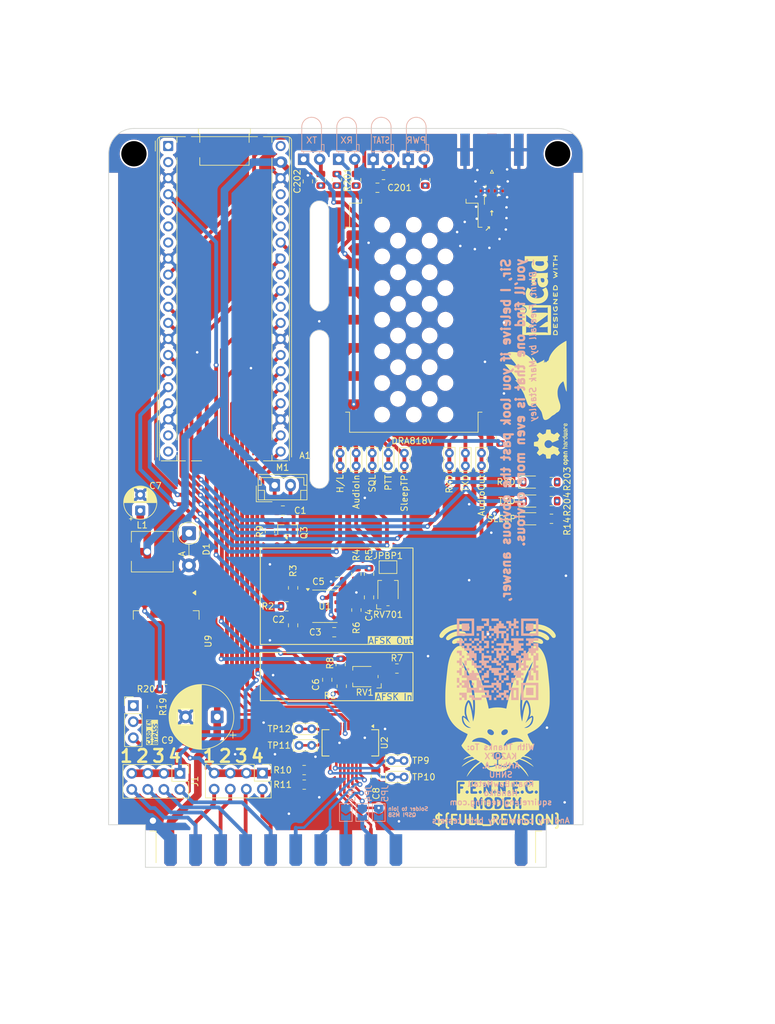
<source format=kicad_pcb>
(kicad_pcb (version 20241229) (generator "pcbnew") (generator_version "9.0")
  (layers (0 "F.Cu" signal) (4 "In1.Cu" signal) (6 "In2.Cu" signal) (2 "B.Cu" signal) (13 "F.Paste" user) (15 "B.Paste" user) (5 "F.SilkS" user "F.Silkscreen") (7 "B.SilkS" user "B.Silkscreen") (1 "F.Mask" user) (3 "B.Mask" user) (25 "Edge.Cuts" user))
  (net 0 "")
  (net 1 "+12V")
  (net 2 "+5V")
  (net 3 "GND")
  (net 4 "Net-(D201-A)")
  (net 5 "Net-(D202-A)")
  (net 6 "/Radio/ANT_OUT")
  (net 7 "/Radio/ANT")
  (net 9 "/PTT")
  (net 10 "/TXD")
  (net 11 "/RXD")
  (net 18 "Net-(D203-A)")
  (net 19 "Net-(D204-A)")
  (net 20 "Net-(U201-PTT)")
  (net 21 "/STAT")
  (net 22 "Net-(D101-A)")
  (net 23 "/H{slash}L")
  (net 24 "/Backplane/CARD_EN")
  (net 25 "/SDO")
  (net 26 "/SQL")
  (net 27 "Net-(D104-A)")
  (net 28 "/SDI")
  (net 29 "/CARD_SEL")
  (net 30 "/SPI_CLK")
  (net 31 "/Sleep")
  (net 32 "/Audio Processing/From Radio")
  (net 33 "/Audio Processing/To Radio")
  (net 34 "/SCL")
  (net 35 "/SDA")
  (net 36 "/SPI2")
  (net 37 "GNDA")
  (net 39 "/SPI3")
  (net 43 "/SPI4")
  (net 44 "/TONE_OUT")
  (net 51 "Net-(U1A-+)")
  (net 52 "Net-(U1B-+)")
  (net 53 "Net-(C4-Pad1)")
  (net 54 "Net-(R3-Pad2)")
  (net 55 "Net-(U1A--)")
  (net 56 "Net-(U1B--)")
  (net 57 "+3.3V")
  (net 58 "/TONE_IN")
  (net 59 "Net-(R7-Pad1)")
  (net 60 "Net-(C6-Pad2)")
  (net 61 "Net-(M1--)")
  (net 62 "/FAN")
  (net 63 "Net-(Q3-B)")
  (net 64 "/Backplane/_SPI_SDA2")
  (net 65 "/Backplane/_SPI_SDA3")
  (net 66 "/Backplane/_SPI_SDA4")
  (net 67 "Net-(JPBP1-A)")
  (net 68 "Net-(JP3-B)")
  (net 69 "Net-(JP4-B)")
  (net 70 "Net-(JP5-B)")
  (net 71 "Net-(J1-Pin_2)")
  (net 72 "Net-(J3-Pin_2)")
  (net 73 "Net-(J3-Pin_4)")
  (net 74 "Net-(J3-Pin_6)")
  (net 75 "Net-(J3-Pin_8)")
  (net 76 "Net-(J1-Pin_8)")
  (net 77 "Net-(J1-Pin_6)")
  (net 78 "Net-(J1-Pin_4)")
  (net 79 "/Backplane/_SPI_CLK")
  (net 80 "/Backplane/_SPI_SDA1")
  (net 81 "/Backplane/_SPI_SDO")
  (net 82 "Net-(D1-K)")
  (net 83 "+5VP")
  (net 84 "Net-(J4-Pin_2)")
  (net 86 "Net-(U9-~{ON}{slash}OFF)")
  (net 87 "Net-(U2-B7)")
  (net 88 "Net-(U2-B8)")
  (net 89 "Net-(U2-A7)")
  (net 90 "Net-(U2-A8)")
  (net 92 "Net-(D2-A)")
  (net 93 "Net-(U2-OE)")
  (footprint "Connector_JST:JST_EH_B2B-EH-A_1x02_P2.50mm_Vertical" (layer "F.Cu") (at 138.75 95.5)
    (property "Reference" "M1")
    (property "Value" "Fan")
  )
  (footprint "Capacitor_SMD:C_0805_2012Metric" (layer "F.Cu") (at 153.67 113.218 -90)
    (property "Reference" "C4")
    (property "Value" "1.6nF")
  )
  (footprint "Resistor_SMD:R_0805_2012Metric" (layer "F.Cu") (at 138 102.8 90)
    (property "Reference" "R9")
    (property "Value" "10k")
  )
  (footprint "Connector_PinHeader_2.54mm:PinHeader_2x04_P2.54mm_Vertical" (layer "F.Cu") (at 136.81 140.975 -90)
    (property "Reference" "J3" (hide yes))
    (property "Value" "EN_ADDR")
  )
  (footprint "Capacitor_THT:CP_Radial_D10.0mm_P5.00mm" (layer "F.Cu") (at 129.667677 132.1 180)
    (property "Reference" "C9")
    (property "Value" "680uF")
  )
  (footprint "Package_SO:SSOP-20_3.9x8.7mm_P0.635mm" (layer "F.Cu") (at 150.7175 136.2 -90)
    (property "Reference" "U2")
    (property "Value" "SN74CBTLV3245A")
  )
  (footprint "Symbol:KiCad-Logo2_5mm_SilkScreen" (layer "F.Cu") (at 180.5 65.5 90)
    (property "Reference" "REF**" (hide yes))
    (property "Value" "KiCad-Logo2_5mm_SilkScreen" (hide yes))
  )
  (footprint "Resistor_SMD:R_0805_2012Metric" (layer "F.Cu") (at 140.67 114.6305)
    (property "Reference" "R2")
    (property "Value" "99.4k")
  )
  (footprint "KenwoodFox:Lewis_Card_Connector" (layer "F.Cu") (at 150 149.135)
    (property "Reference" "U302" (hide yes))
    (property "Value" "~" (hide yes))
    (fp_line (start -37.5 -106) (end -37.5 0) (stroke (width 0.12)) (layer "Edge.Cuts"))
    (fp_line (start -37.5 0) (end -31.68 0) (stroke (width 0.12)) (layer "Edge.Cuts"))
    (fp_line (start -31.68 0) (end -31.68 6.73) (stroke (width 0.12)) (layer "Edge.Cuts"))
    (fp_line (start -31.68 6.73) (end 31.68 6.73) (stroke (width 0.12)) (layer "Edge.Cuts"))
    (fp_line (start 31.68 0) (end 37.5 0) (stroke (width 0.12)) (layer "Edge.Cuts"))
    (fp_line (start 31.68 6.73) (end 31.68 0) (stroke (width 0.12)) (layer "Edge.Cuts"))
    (fp_line (start 33.5 -110) (end -33.5 -110) (stroke (width 0.12)) (layer "Edge.Cuts"))
    (fp_line (start 37.5 0) (end 37.5 -106) (stroke (width 0.12)) (layer "Edge.Cuts"))
    (fp_arc (start -37.5 -106) (mid -36.328427 -108.828427) (end -33.5 -110) (stroke (width 0.12)) (layer "Edge.Cuts"))
    (fp_arc (start 33.5 -110) (mid 36.328427 -108.828427) (end 37.5 -106) (stroke (width 0.12)) (layer "Edge.Cuts"))
  )
  (footprint "Capacitor_SMD:C_0805_2012Metric" (layer "F.Cu") (at 144 47.5 90)
    (property "Reference" "C202")
    (property "Value" "0.1μf")
  )
  (footprint "Resistor_SMD:R_0805_2012Metric" (layer "F.Cu") (at 143.425 142.8)
    (property "Reference" "R11")
    (property "Value" "23k")
  )
  (footprint "TestPoint:TestPoint_Bridge_Pitch2.0mm_Drill0.7mm" (layer "F.Cu") (at 159.2 139 180)
    (property "Reference" "TP9")
    (property "Value" "UNUSED_1_OUT")
  )
  (footprint "Resistor_SMD:R_0805_2012Metric" (layer "F.Cu") (at 182.5125 100.8 180)
    (property "Reference" "R14")
    (property "Value" "2K")
  )
  (footprint "Capacitor_SMD:C_0805_2012Metric" (layer "F.Cu") (at 140.05 99.5)
    (property "Reference" "C1")
    (property "Value" "1μf")
  )
  (footprint "TestPoint:TestPoint_Bridge_Pitch2.0mm_Drill0.7mm" (layer "F.Cu") (at 151.638 92.44 90)
    (property "Reference" "TP5")
    (property "Value" "AudioIn")
  )
  (footprint "LED_SMD:LED_0805_2012Metric" (layer "F.Cu") (at 179 95)
    (property "Reference" "D202")
    (property "Value" "RXD")
  )
  (footprint "TestPoint:TestPoint_Bridge_Pitch2.0mm_Drill0.7mm" (layer "F.Cu") (at 144.6 134 180)
    (property "Reference" "TP12")
    (property "Value" "UNUSED_2" (hide yes))
  )
  (footprint "Diode_THT:D_DO-41_SOD81_P5.08mm_Vertical_AnodeUp" (layer "F.Cu") (at 125.2 103.077818 -90)
    (property "Reference" "D1")
    (property "Value" "1N5821")
  )
  (footprint "Resistor_SMD:R_0805_2012Metric" (layer "F.Cu") (at 155.956 46.482 180)
    (property "Reference" "R103" (hide yes))
    (property "Value" "330")
  )
  (footprint "Jumper:SolderJumper-2_P1.3mm_Open_TrianglePad1.0x1.5mm" (layer "F.Cu") (at 156.67 108.4405)
    (property "Reference" "JPBP1")
    (property "Value" "Bypass Attenuation")
  )
  (footprint "TestPoint:TestPoint_Bridge_Pitch2.0mm_Drill0.7mm" (layer "F.Cu") (at 159.2 141.6 180)
    (property "Reference" "TP10")
    (property "Value" "UNUSED_2_OUT")
  )
  (footprint "Resistor_SMD:R_0805_2012Metric" (layer "F.Cu") (at 174.5 88 -90)
    (property "Reference" "R206" (hide yes))
    (property "Value" "47R")
  )
  (footprint "TestPoint:TestPoint_Bridge_Pitch2.0mm_Drill0.7mm" (layer "F.Cu") (at 168.91 92.44 90)
    (property "Reference" "TP7")
    (property "Value" "TXD")
  )
  (footprint "Potentiometer_SMD:Potentiometer_Bourns_TC33X_Vertical" (layer "F.Cu") (at 156.67 112.4405 90)
    (property "Reference" "RV701")
    (property "Value" "10K")
  )
  (footprint "KenwoodFox:DRA818V" (layer "F.Cu") (at 160.75 69.35 180)
    (property "Reference" "U201" (hide yes))
    (property "Value" "DRA818V")
  )
  (footprint "Capacitor_SMD:C_0805_2012Metric" (layer "F.Cu") (at 141.67 117.6305 -90)
    (property "Reference" "C2")
    (property "Value" "1.6nF")
  )
  (footprint "Connector_PinHeader_2.54mm:PinHeader_2x04_P2.54mm_Vertical" (layer "F.Cu") (at 123.77 141.015 -90)
    (property "Reference" "J1")
    (property "Value" "SEL_ADDR")
  )
  (footprint "Capacitor_SMD:C_0805_2012Metric" (layer "F.Cu") (at 154.75 141.55 -90)
    (property "Reference" "C8")
    (property "Value" "0.1μf")
  )
  (footprint "TestPoint:TestPoint_Bridge_Pitch2.0mm_Drill0.7mm" (layer "F.Cu") (at 159.258 92.44 90)
    (property "Reference" "TP1")
    (property "Value" "SleepTP")
  )
  (footprint "Package_TO_SOT_SMD:TO-263-5_TabPin3" (layer "F.Cu") (at 121.6 120.15 -90)
    (property "Reference" "U9")
    (property "Value" "LM2596S-5")
  )
  (footprint "Resistor_SMD:R_0805_2012Metric" (layer "F.Cu") (at 182.5 98)
    (property "Reference" "R204")
    (property "Value" "300")
  )
  (footprint "Resistor_SMD:R_0805_2012Metric" (layer "F.Cu") (at 149.352 127.254 -90)
    (property "Reference" "R1")
    (property "Value" "100k")
  )
  (footprint "Capacitor_SMD:C_0805_2012Metric" (layer "F.Cu") (at 147.066 126.238 -90)
    (property "Reference" "C6")
    (property "Value" "110nf")
  )
  (footprint "TestPoint:TestPoint_Bridge_Pitch2.0mm_Drill0.7mm" (layer "F.Cu") (at 171.45 92.424 90)
    (property "Reference" "TP4")
    (property "Value" "AudioOut")
  )
  (footprint "Resistor_SMD:R_0805_2012Metric" (layer "F.Cu") (at 162.56 47.244 -90)
    (property "Reference" "R108" (hide yes))
    (property "Value" "330")
  )
  (footprint "Resistor_SMD:R_0805_2012Metric" (layer "F.Cu") (at 151.67 109.528 -90)
    (property "Reference" "R4")
    (property "Value" "151k")
  )
  (footprint "Resistor_SMD:R_0805_2012Metric" (layer "F.Cu") (at 119.4 130.5 90)
    (property "Reference" "R19")
    (property "Value" "1K")
  )
  (footprint "TestPoint:TestPoint_Bridge_Pitch2.0mm_Drill0.7mm" (layer "F.Cu") (at 149.098 92.456 90)
    (property "Reference" "TP2")
    (property "Value" "H/L")
  )
  (footprint "LED_SMD:LED_0805_2012Metric" (layer "F.Cu") (at 179.0625 100.8)
    (property "Reference" "D2")
    (property "Value" "SLEEP")
  )
  (footprint "Resistor_SMD:R_0805_2012Metric" (layer "F.Cu") (at 121.5 127.7)
    (property "Reference" "R20")
    (property "Value" "10K")
  )
  (footprint "Resistor_SMD:R_0805_2012Metric" (layer "F.Cu") (at 153.67 109.528 90)
    (property "Reference" "R5")
    (property "Value" "291k")
  )
  (footprint "TestPoint:TestPoint_Bridge_Pitch2.0mm_Drill0.7mm" (layer "F.Cu") (at 156.718 92.424 90)
    (property "Reference" "TP3")
    (property "Value" "PTT")
  )
  (footprint "Symbol:OSHW-Logo2_7.3x6mm_SilkScreen" (layer "F.Cu") (at 182.5 89 90)
    (property "Reference" "REF**" (hide yes))
    (property "Value" "OSHW-Logo2_7.3x6mm_SilkScreen" (hide yes))
  )
  (footprint "Resistor_SMD:R_0805_2012Metric" (layer "F.Cu") (at 158.0775 124.46)
    (property "Reference" "R7")
    (property "Value" "0R")
  )
  (footprint "TestPoint:TestPoint_Bridge_Pitch2.0mm_Drill0.7mm" (layer "F.Cu") (at 154.178 90.44 -90)
    (property "Reference" "TP6")
    (property "Value" "SQL")
  )
  (footprint "Capacitor_SMD:C_0805_2012Metric" (layer "F.Cu") (at 148.17 118.718 180)
    (property "Reference" "C3")
    (property "Value" "360pF")
  )
  (footprint "Resistor_SMD:R_0805_2012Metric" (layer "F.Cu") (at 143.4125 140.5)
    (property "Reference" "R10")
    (property "Value" "10k")
  )
  (footprint "Resistor_SMD:R_0805_2012Metric" (layer "F.Cu") (at 151.638 47.244 -90)
    (property "Reference" "R202" (hide yes))
    (property "Value" "300")
  )
  (footprint "TestPoint:TestPoint_Bridge_Pitch2.0mm_Drill0.7mm" (layer "F.Cu") (at 166.37 92.424 90)
    (property "Reference" "TP8")
    (property "Value" "RXD")
  )
  (footprint "Resistor_SMD:R_0805_2012Metric" (layer "F.Cu") (at 149.1875 123.825 -90)
    (property "Reference" "R8")
    (property "Value" "100k")
  )
  (footprint "Connector_Coaxial:SMA_Amphenol_132289_EdgeMount" (layer "F.Cu") (at 173.1 42.5 90)
    (property "Reference" "J201" (hide yes))
    (property "Value" "Conn_Coaxial")
  )
  (footprint "TestPoint:TestPoint_Bridge_Pitch2.0mm_Drill0.7mm" (layer "F.Cu") (at 144.6 136.6 180)
    (property "Reference" "TP11")
    (property "Value" "UNUSED_1" (hide yes))
  )
  (footprint "Module:RaspberryPi_Pico_Common_THT" (layer "F.Cu") (at 121.92 41.91)
    (property "Reference" "A1")
    (property "Value" "RaspberryPi_Pico")
  )
  (footprint "Resistor_SMD:R_0805_2012Metric" (layer "F.Cu") (at 141.67 111.718 90)
    (property "Reference" "R3")
    (property "Value" "0R")
  )
  (footprint "LED_SMD:LED_0805_2012Metric" (layer "F.Cu") (at 179.0625 98)
    (property "Reference" "D204")
    (property "Value" "TXD")
  )
  (footprint "Package_SO:SOIC-8_3.9x4.9mm_P1.27mm" (layer "F.Cu") (at 146.695 114.623)
    (property "Reference" "U1")
    (property "Value" "MCP6022")
  )
  (footprint "Resistor_SMD:R_0805_2012Metric" (layer "F.Cu") (at 151.67 115.218 90)
    (property "Reference" "R6")
    (property "Value" "0R")
  )
  (footprint "Resistor_SMD:R_0805_2012Metric" (layer "F.Cu") (at 146.05 47.244 -90)
    (property "Reference" "R205" (hide yes))
    (property "Value" "300")
  )
  (footprint "Filter:Filter_Mini-Circuits_FV1206" (layer "F.Cu") (at 173.0725 49 90)
    (property "Reference" "FL201" (hide yes))
    (property "Value" "LFCN-490")
  )
  (footprint "KenwoodFox:fennec_logo" (layer "F.Cu") (at 174.000001 128.742136)
    (property "Reference" "G***" (hide yes))
    (property "Value" "LOGO" (hide yes))
  )
  (footprint "Capacitor_SMD:C_0805_2012Metric" (layer "F.Cu") (at 148.62 110.718 180)
    (property "Reference" "C5")
    (property "Value" "1uF")
  )
  (footprint "Capacitor_THT:CP_Radial_D5.0mm_P2.50mm" (layer "F.Cu") (at 117.5 99.5 90)
    (property "Reference" "C7")
    (property "Value" "220uF")
  )
  (footprint "Resistor_SMD:R_0805_2012Metric" (layer "F.Cu") (at 148.59 47.244 -90)
    (property "Reference" "R201")
    (property "Value" "10k")
  )
  (footprint "Inductor_SMD:L_6.3x6.3_H3" (layer "F.Cu") (at 119.4 106 180)
    (property "Reference" "L1")
    (property "Value" "33uH")
  )
  (footprint "Potentiometer_SMD:Potentiometer_Bourns_TC33X_Vertical" (layer "F.Cu") (at 152.9975 125.73 180)
    (property "Reference" "RV1")
    (property "Value" "10K")
  )
  (footprint "Package_TO_SOT_SMD:SOT-23" (layer "F.Cu") (at 140.8 102.5 90)
    (property "Reference" "Q3")
    (property "Value" "MMBT3906")
  )
  (footprint "KenwoodFox:KITSUNE_LOGO" (layer "F.Cu") (at 180 79 90)
    (property "Reference" "G***" (hide yes))
    (property "Value" "LOGO" (hide yes))
  )
  (footprint "Resistor_SMD:R_0805_2012Metric" (layer "F.Cu") (at 182.5 95)
    (property "Reference" "R203")
    (property "Value" "300")
  )
  (footprint "Connector_PinHeader_2.54mm:PinHeader_1x03_P2.54mm_Vertical" (layer "F.Cu") (at 116.4 130.32)
    (property "Reference" "J4" (hide yes))
    (property "Value" "CARD_EN_BYPASS")
  )
  (footprint "Capacitor_SMD:C_0805_2012Metric" (layer "F.Cu") (at 155 48.5)
    (property "Reference" "C201")
    (property "Value" "4.7μf")
  )
  (footprint "Jumper:SolderJumper-2_P1.3mm_Open_TrianglePad1.0x1.5mm" (layer "B.Cu") (at 150 147.2 -90)
    (property "Reference" "JP3")
    (property "Value" "SolderJumper_2_Open")
  )
  (footprint "LED_THT:LED_D3.0mm_Horizontal_O1.27mm_Z2.0mm" (layer "B.Cu") (at 148.864 44)
    (property "Reference" "D201" (hide yes))
    (property "Value" "RX")
  )
  (footprint "LED_THT:LED_D3.0mm_Horizontal_O1.27mm_Z2.0mm" (layer "B.Cu") (at 154.324 44)
    (property "Reference" "D101" (hide yes))
    (property "Value" "STAT")
  )
  (footprint "Jumper:SolderJumper-2_P1.3mm_Open_TrianglePad1.0x1.5mm" (layer "B.Cu") (at 152.6 147.2 -90)
    (property "Reference" "JP4")
    (property "Value" "SolderJumper_2_Open")
  )
  (footprint "fennec:FENNEC_QR_CODE" (layer "B.Cu") (at 174 123 180)
    (property "Reference" "G***")
    (property "Value" "LOGO" (hide yes))
  )
  (footprint "LED_THT:LED_D3.0mm_Horizontal_O1.27mm_Z2.0mm" (layer "B.Cu") (at 159.864 44)
    (property "Reference" "D104" (hide yes))
    (property "Value" "PWR")
  )
  (footprint "LED_THT:LED_D3.0mm_Horizontal_O1.27mm_Z2.0mm" (layer "B.Cu") (at 143.324 44)
    (property "Reference" "D203" (hide yes))
    (property "Value" "TX")
  )
  (footprint "Jumper:SolderJumper-2_P1.3mm_Open_TrianglePad1.0x1.5mm" (layer "B.Cu") (at 155.2 147.2 -90)
    (property "Reference" "JP5")
    (property "Value" "SolderJumper_2_Open")
  )
  (gr_rect (start 136.4875 105.41) (end 160.6175 120.65) (stroke (width 0.15)) (fill no) (layer "F.SilkS"))
  (gr_rect (start 136.4875 121.92) (end 160.6175 129.54) (stroke (width 0.15)) (fill no) (layer "F.SilkS"))
  (gr_line (start 144.32 52.07) (end 144.32 66.5) (stroke (width 0.1)) (layer "Edge.Cuts"))
  (gr_arc (start 144.32 72.5) (mid 145.82 71) (end 147.32 72.5) (stroke (width 0.1)) (layer "Edge.Cuts"))
  (gr_line (start 147.32 72.5) (end 147.32 94.5) (stroke (width 0.1)) (layer "Edge.Cuts"))
  (gr_arc (start 147.32 66.5) (mid 145.82 68) (end 144.32 66.5) (stroke (width 0.1)) (layer "Edge.Cuts"))
  (gr_arc (start 144.3228 52.07) (mid 145.8228 50.57) (end 147.3228 52.07) (stroke (width 0.1)) (layer "Edge.Cuts"))
  (gr_line (start 144.32 72.5) (end 144.32 94.5) (stroke (width 0.1)) (layer "Edge.Cuts"))
  (gr_line (start 147.32 52.07) (end 147.32 66.5) (stroke (width 0.1)) (layer "Edge.Cuts"))
  (gr_arc (start 147.32 94.5) (mid 145.82 96) (end 144.32 94.5) (stroke (width 0.1)) (layer "Edge.Cuts"))
  (gr_text "AFSK Out" (at 160.6175 120.65 0) (layer "F.SilkS" knockout) (effects (font (size 1 1)) (justify right bottom)))
  (gr_text "4" (at 136.017 139.446 0) (layer "F.SilkS") (effects (font (size 2 2) (thickness 0.4) (bold yes)) (justify bottom)))
  (gr_text "CARD EN\nBYPASS" (at 119.4 136.6 90) (layer "F.SilkS" knockout) (effects (font (size 0.6 0.6) (thickness 0.15) (bold yes)) (justify left)))
  (gr_text "1" (at 115.316 139.446 0) (layer "F.SilkS") (effects (font (size 2 2) (thickness 0.4) (bold yes)) (justify bottom)))
  (gr_text "→" (at 172.4 54.9 45) (layer "F.SilkS") (effects (font (size 1 1))))
  (gr_text "${FULL_REVISION}" (at 174 147.5 0) (layer "F.SilkS") (effects (font (size 1.5 1.5) (thickness 0.3) (bold yes)) (justify top)))
  (gr_text "2" (at 117.856 139.446 0) (layer "F.SilkS") (effects (font (size 2 2) (thickness 0.4) (bold yes)) (justify bottom)))
  (gr_text "3" (at 120.396 139.446 0) (layer "F.SilkS") (effects (font (size 2 2) (thickness 0.4) (bold yes)) (justify bottom)))
  (gr_text "2" (at 130.937 139.446 0) (layer "F.SilkS") (effects (font (size 2 2) (thickness 0.4) (bold yes)) (justify bottom)))
  (gr_text "→" (at 173 52.5 90) (layer "F.SilkS") (effects (font (size 1 1))))
  (gr_text "3" (at 133.477 139.446 0) (layer "F.SilkS") (effects (font (size 2 2) (thickness 0.4) (bold yes)) (justify bottom)))
  (gr_text "${COMMENT1}" (at 128.25 85 0) (layer "F.SilkS") (effects (font (size 1.5 1.5) (thickness 0.3) (bold yes)) (justify left bottom)))
  (gr_text "AFSK In" (at 160.6175 129.54 0) (layer "F.SilkS" knockout) (effects (font (size 1 1)) (justify right bottom)))
  (gr_text "4" (at 122.936 139.446 0) (layer "F.SilkS") (effects (font (size 2 2) (thickness 0.4) (bold yes)) (justify bottom)))
  (gr_text "1" (at 128.397 139.446 0) (layer "F.SilkS") (effects (font (size 2 2) (thickness 0.4) (bold yes)) (justify bottom)))
  (gr_text "F.E.N.N.E.C.\nMODEM" (at 174 142.5 0) (layer "F.SilkS" knockout) (effects (font (size 1.5 1.5) (thickness 0.375) (bold yes)) (justify top)))
  (gr_text "Solder to join\nQSPI MSB" (at 156.6 147.1 0) (layer "B.SilkS") (effects (font (size 0.6 0.6) (thickness 0.15) (bold yes)) (justify right mirror)))
  (gr_text "With Thanks To:\nKA2QFX\nArthur A.\nSNHU\nRhainBowMetall\nHandiko\nsquirrelengineering.com\n\nAnd my community beta testers" (at 174.5 149 0) (layer "B.SilkS") (effects (font (size 0.9 0.9) (thickness 0.18) (bold yes)) (justify bottom mirror)))
  (gr_text "- Blunt, Freefall by Mark Stanley" (at 179 59.5 90) (layer "B.SilkS") (effects (font (size 1 1) (thickness 0.2) (bold yes) (italic yes)) (justify left top mirror)))
  (gr_text "Sir, I beleive if you look past the obvious answer,\nyou'll find one that is even more obvious." (at 174.5 59.5 90) (layer "B.SilkS") (effects (font (size 1.4 1.4) (thickness 0.35) (bold yes)) (justify left top mirror)))
  (segment (start 125 113.3) (end 125 112.5) (width 1.025) (layer "F.Cu") (net 1))
  (segment (start 129.667677 132.1) (end 129.667677 125.067677) (width 1.025) (layer "F.Cu") (net 1))
  (segment (start 126.6 144.4) (end 126.6 138.4) (width 1.2) (layer "F.Cu") (net 1))
  (segment (start 128.3865 123.7865) (end 128.3865 116.6865) (width 1.025) (layer "F.Cu") (net 1))
  (segment (start 129.667677 135.332323) (end 129.667677 132.1) (width 1.2) (layer "F.Cu") (net 1))
  (segment (start 128.3865 116.6865) (end 125 113.3) (width 1.025) (layer "F.Cu") (net 1))
  (segment (start 126.6 138.4) (end 129.667677 135.332323) (width 1.2) (layer "F.Cu") (net 1))
  (segment (start 122.28 154.135) (end 122.28 148.72) (width 1.2) (layer "F.Cu") (net 1))
  (segment (start 122.28 148.72) (end 126.6 144.4) (width 1.2) (layer "F.Cu") (net 1))
  (segment (start 129.667677 125.067677) (end 128.3865 123.7865) (width 1.025) (layer "F.Cu") (net 1))
  (segment (start 118.6 106) (end 118.6 102.8) (width 1.2) (layer "F.Cu") (net 2))
  (segment (start 151.83 49.53) (end 153.02 49.53) (width 1) (layer "F.Cu") (net 2))
  (segment (start 117.5 101.7) (end 117.5 99.5) (width 1.2) (layer "F.Cu") (net 2))
  (segment (start 118.6 108.2) (end 119.9 109.5) (width 1.2) (layer "F.Cu") (net 2))
  (segment (start 153.85 51.55) (end 151.83 49.53) (width 1) (layer "F.Cu") (net 2))
  (segment (start 144.78 49.53) (end 139.7 44.45) (width 1) (layer "F.Cu") (net 2))
  (segment (start 118.6 102.8) (end 117.5 101.7) (width 1.2) (layer "F.Cu") (net 2))
  (segment (start 119.9 109.5) (end 119.9 112.5) (width 1.2) (layer "F.Cu") (net 2))
  (segment (start 139.1 99.5) (end 139.1 98.1) (width 0.6) (layer "F.Cu") (net 2))
  (segment (start 118.6 106) (end 116.65 106) (width 1.2) (layer "F.Cu") (net 2))
  (segment (start 118.6 106) (end 118.6 108.2) (width 1.2) (layer "F.Cu") (net 2))
  (segment (start 151.83 49.53) (end 144.78 49.53) (width 1) (layer "F.Cu") (net 2))
  (segment (start 138.75 97.75) (end 138.75 95.5) (width 0.6) (layer "F.Cu") (net 2))
  (segment (start 153.02 49.53) (end 154.05 48.5) (width 1) (layer "F.Cu") (net 2))
  (segment (start 139.1 98.1) (end 138.75 97.75) (width 0.6) (layer "F.Cu") (net 2))
  (via (at 118.6 106) (size 1.2) (drill 1) (layers "F.Cu" "B.Cu") (net 2))
  (segment (start 130.81 81.69) (end 130.81 81) (width 1.2) (layer "B.Cu") (net 2))
  (segment (start 130.81 87.56) (end 138.75 95.5) (width 1.2) (layer "B.Cu") (net 2))
  (segment (start 130.81 81) (end 130.81 87.56) (width 1.2) (layer "B.Cu") (net 2))
  (segment (start 118.6 104.8) (end 124.58 98.82) (width 1.2) (layer "B.Cu") (net 2))
  (segment (start 130.81 48.895) (end 135.255 44.45) (width 1.2) (layer "B.Cu") (net 2))
  (segment (start 124.58 98.82) (end 124.58 87.92) (width 1.2) (layer "B.Cu") (net 2))
  (segment (start 118.6 106) (end 118.6 104.8) (width 1.2) (layer "B.Cu") (net 2))
  (segment (start 130.81 81) (end 130.81 48.895) (width 1.2) (layer "B.Cu") (net 2))
  (segment (start 124.58 87.92) (end 130.81 81.69) (width 1.2) (layer "B.Cu") (net 2))
  (segment (start 135.255 44.45) (end 139.7 44.45) (width 1.2) (layer "B.Cu") (net 2))
  (segment (start 139.7 44.45) (end 139.855492 44.45) (width 1.8) (layer "B.Cu") (net 2))
  (segment (start 150 154) (end 150 149.5) (width 2) (layer "F.Cu") (net 3))
  (via (at 163 122.5) (size 0.8) (drill 0.4) (layers "F.Cu" "B.Cu") (net 3))
  (via (at 175 69.8) (size 0.8) (drill 0.4) (layers "F.Cu" "B.Cu") (net 3))
  (via (at 184.6 145.6) (size 0.8) (drill 0.4) (layers "F.Cu" "B.Cu") (net 3))
  (via (at 168.8 53.9) (size 0.8) (drill 0.4) (layers "F.Cu" "B.Cu") (net 3))
  (via (at 153 135.4) (size 0.8) (drill 0.4) (layers "F.Cu" "B.Cu") (net 3))
  (via (at 169.5 98.5) (size 0.8) (drill 0.4) (layers "F.Cu" "B.Cu") (net 3))
  (via (at 173 103) (size 0.8) (drill 0.4) (layers "F.Cu" "B.Cu") (net 3))
  (via (at 172 76) (size 0.8) (drill 0.4) (layers "F.Cu" "B.Cu") (net 3))
  (via (at 175.4 53.3) (size 0.8) (drill 0.4) (layers "F.Cu" "B.Cu") (net 3))
  (via (at 145.2 138.4) (size 0.8) (drill 0.4) (layers "F.Cu" "B.Cu") (net 3))
  (via (at 174.3 56.6) (size 0.8) (drill 0.4) (layers "F.Cu" "B.Cu") (net 3))
  (via (at 138.8 138) (size 0.8) (drill 0.4) (layers "F.Cu" "B.Cu") (net 3))
  (via (at 138.5 125.5) (size 0.8) (drill 0.4) (layers "F.Cu" "B.Cu") (net 3))
  (via (at 175 81) (size 0.8) (drill 0.4) (layers "F.Cu" "B.Cu") (net 3))
  (via (at 126.5 74.5) (size 0.8) (drill 0.4) (layers "F.Cu" "B.Cu") (net 3))
  (via (at 156.2 134) (size 0.8) (drill 0.4) (layers "F.Cu" "B.Cu") (net 3))
  (via (at 153.6 57.2) (size 0.8) (drill 0.4) (layers "F.Cu" "B.Cu") (net 3))
  (via (at 138 108) (size 0.8) (drill 0.4) (layers "F.Cu" "B.Cu") (net 3))
  (via (at 170.6 49.9) (size 0.8) (drill 0.4) (layers "F.Cu" "B.Cu") (net 3))
  (via (at 175.6 47.5) (size 0.8) (drill 0.4) (layers "F.Cu" "B.Cu") (net 3))
  (via (at 168.1 57.7) (size 0.8) (drill 0.4) (layers "F.Cu" "B.Cu") (net 3))
  (via (at 170.6 51.5) (size 0.8) (drill 0.4) (layers "F.Cu" "B.Cu") (net 3))
  (via (at 170.8 45.7) (size 0.8) (drill 0.4) (layers "F.Cu" "B.Cu") (net 3))
  (via (at 141 147.4) (size 0.8) (drill 0.4) (layers "F.Cu" "B.Cu") (net 3))
  (via (at 149 136.2) (size 0.8) (drill 0.4) (layers "F.Cu" "B.Cu") (net 3))
  (via (at 147.67 110.718) (size 0.8) (drill 0.4) (layers "F.Cu" "B.Cu") (net 3))
  (via (at 170.5 47.5) (size 0.8) (drill 0.4) (layers "F.Cu" "B.Cu") (net 3))
  (via (at 170.4 58.2) (size 0.8) (drill 0.4) (layers "F.Cu" "B.Cu") (net 3))
  (via (at 175.4 51.6) (size 0.8) (drill 0.4) (layers "F.Cu" "B.Cu") (net 3))
  (via (at 181.8 133.8) (size 0.8) (drill 0.4) (layers "F.Cu" "B.Cu") (net 3))
  (via (at 172.7 58) (size 0.8) (drill 0.4) (layers "F.Cu" "B.Cu") (net 3))
  (via (at 175.5 50) (size 0.8) (drill 0.4) (layers "F.Cu" "B.Cu") (net 3))
  (via (at 175.3 55.1) (size 0.8) (drill 0.4) (layers "F.Cu" "B.Cu") (net 3))
  (via (at 145.8 144.8) (size 0.8) (drill 0.4) (layers "F.Cu" "B.Cu") (net 3))
  (via (at 175.5 45.6) (size 0.8) (drill 0.4) (layers "F.Cu" "B.Cu") (net 3))
  (via (at 151.67 112.4405) (size 0.8) (drill 0.4) (layers "F.Cu" "B.Cu") (net 3))
  (via (at 184.8 109.8) (size 0.8) (drill 0.4) (layers "F.Cu" "B.Cu") (net 3))
  (via (at 145.8 69.6) (size 0.8) (drill 0.4) (layers "F.Cu" "B.Cu") (net 3))
  (via (at 137 133) (size 0.8) (drill 0.4) (layers "F.Cu" "B.Cu") (net 3))
  (via (at 169.5 110.5) (size 0.8) (drill 0.4) (layers "F.Cu" "B.Cu") (net 3))
  (via (at 158.4 148.6) (size 0.8) (drill 0.4) (layers "F.Cu" "B.Cu") (net 3))
  (via (at 144 46.55) (size 0.8) (drill 0.4) (layers "F.Cu" "B.Cu") (net 3))
  (via (at 172.5 119) (size 0.8) (drill 0.4) (layers "F.Cu" "B.Cu") (net 3))
  (via (at 132.5 138) (size 0.8) (drill 0.4) (layers "F.Cu" "B.Cu") (net 3))
  (via (at 119.5 148.5) (size 1.3) (drill 1) (layers "F.Cu" "B.Cu") (net 3))
  (via (at 153 97.5) (size 0.8) (drill 0.4) (layers "F.Cu" "B.Cu") (net 3))
  (via (at 138 120) (size 0.8) (drill 0.4) (layers "F.Cu" "B.Cu") (net 3))
  (via (at 167.6 55.5) (size 0.8) (drill 0.4) (layers "F.Cu" "B.Cu") (net 3))
  (via (at 135 77) (size 0.8) (drill 0.4) (layers "F.Cu" "B.Cu") (net 3))
  (via (at 170.7 53.4) (size 0.8) (drill 0.4) (layers "F.Cu" "B.Cu") (net 3))
  (segment (start 122.28 151.28) (end 122.28 154.135) (width 1.8) (layer "B.Cu") (net 3))
  (segment (start 119.5 148.5) (end 122.28 151.28) (width 1.8) (layer "B.Cu") (net 3))
  (segment (start 177.72 154) (end 177.72 149.22) (width 2) (layer "B.Cu") (net 3))
  (segment (start 151.638 44.234) (end 151.404 44) (width 0.6) (layer "F.Cu") (net 4))
  (segment (start 151.638 46.3315) (end 151.638 44.234) (width 0.6) (layer "F.Cu") (net 4))
  (segment (start 181.5875 95) (end 179.9375 95) (width 0.6) (layer "F.Cu") (net 5))
  (segment (start 173.0725 53.315584) (end 173.0725 51.055) (width 1.5) (layer "F.Cu") (net 6))
  (segment (start 170.38809 56) (end 170.25 56) (width 1.5) (layer "F.Cu") (net 6))
  (arc (start 173.0725 53.315584) (mid 172.868162 54.34286) (end 172.28625 55.21375) (width 1.5) (layer "F.Cu") (net 6))
  (arc (start 172.28625 55.21375) (mid 171.415359 55.795664) (end 170.38809 56) (width 1.5) (layer "F.Cu") (net 6))
  (segment (start 173.1 46.9175) (end 173.0725 46.945) (width 1.5) (layer "F.Cu") (net 7))
  (segment (start 173.1 42.5) (end 173.1 46.9175) (width 1.5) (layer "F.Cu") (net 7))
  (segment (start 149.606 50.8) (end 165.862 67.056) (width 0.6) (layer "F.Cu") (net 9))
  (segment (start 173.443 68.287) (end 173.443 85) (width 0.6) (layer "F.Cu") (net 9))
  (segment (start 176.5 88.5) (end 175.0875 87.0875) (width 0.6) (layer "F.Cu") (net 9))
  (segment (start 174.5 86.057) (end 173.443 85) (width 0.6) (layer "F.Cu") (net 9))
  (segment (start 176.5 97) (end 176.5 88.5) (width 0.6) (layer "F.Cu") (net 9))
  (segment (start 165.862 67.056) (end 172.212 67.056) (width 0.6) (layer "F.Cu") (net 9))
  (segment (start 121.92 74.93) (end 123.997 77.007) (width 0.6) (layer "F.Cu") (net 9))
  (segment (start 175.0875 87.0875) (end 174.5 87.0875) (width 0.6) (layer "F.Cu") (net 9))
  (segment (start 123.997 77.007) (end 123.997 82.5) (width 0.6) (layer "F.Cu") (net 9))
  (segment (start 123.997 94.042588) (end 127.035206 97.080794) (width 0.6) (layer "F.Cu") (net 9))
  (segment (start 172.212 67.056) (end 173.443 68.287) (width 0.6) (layer "F.Cu") (net 9))
  (segment (start 173.5 100) (end 176.5 97) (width 0.6) (layer "F.Cu") (net 9))
  (segment (start 174.5 87.0875) (end 174.5 86.057) (width 0.6) (layer "F.Cu") (net 9))
  (segment (start 148.082 50.8) (end 149.606 50.8) (width 0.6) (layer "F.Cu") (net 9))
  (segment (start 123.997 82.5) (end 123.997 94.042588) (width 0.6) (layer "F.Cu") (net 9))
  (via (at 148.082 50.8) (size 0.8) (drill 0.4) (layers "F.Cu" "B.Cu") (net 9))
  (via (at 127.035206 97.080794) (size 0.8) (drill 0.4) (layers "F.Cu" "B.Cu") (net 9))
  (via (at 173.5 100) (size 0.8) (drill 0.4) (layers "F.Cu" "B.Cu") (net 9))
  (segment (start 143.324 44) (end 147.5 48.176) (width 0.6) (layer "B.Cu") (net 9))
  (segment (start 148.082 49.17) (end 148.082 50.8) (width 0.6) (layer "B.Cu") (net 9))
  (segment (start 154.5 103) (end 170.5 103) (width 0.6) (layer "B.Cu") (net 9))
  (segment (start 147.5 48.176) (end 147.5 48.588) (width 0.6) (layer "B.Cu") (net 9))
  (segment (start 132.954412 103) (end 154.5 103) (width 0.6) (layer "B.Cu") (net 9))
  (segment (start 127.035206 97.080794) (end 132.954412 103) (width 0.6) (layer "B.Cu") (net 9))
  (segment (start 147.5 48.588) (end 148.082 49.17) (width 0.6) (layer "B.Cu") (net 9))
  (segment (start 170.5 103) (end 173.5 100) (width 0.6) (layer "B.Cu") (net 9))
  (segment (start 166.37 88.646) (end 167.805 87.211) (width 0.6) (layer "F.Cu") (net 10))
  (segment (start 164.5 100.4) (end 164.5 97) (width 0.6) (layer "F.Cu") (net 10))
  (segment (start 166.37 90.424) (end 166.37 88.646) (width 0.6) (layer "F.Cu") (net 10))
  (segment (start 170.25 73.8) (end 167.805 76.245) (width 0.6) (layer "F.Cu") (net 10))
  (segment (start 127.113603 95.886397) (end 124.798 93.570793) (width 0.6) (layer "F.Cu") (net 10))
  (segment (start 166.5 95) (end 166.5 93.5) (width 0.6) (layer "F.Cu") (net 10))
  (segment (start 167.805 82.804) (end 167.805 87.211) (width 0.6) (layer "F.Cu") (net 10))
  (segment (start 124.798 93.570793) (end 124.798 72.728) (width 0.6) (layer "F.Cu") (net 10))
  (segment (start 166.37 90.424) (end 166.37 92.424) (width 0.6) (layer "F.Cu") (net 10))
  (segment (start 166.37 93.37) (end 166.37 92.424) (width 0.6) (layer "F.Cu") (net 10))
  (segment (start 162.9 102) (end 164.5 100.4) (width 0.6) (layer "F.Cu") (net 10))
  (segment (start 166.5 93.5) (end 166.37 93.37) (width 0.6) (layer "F.Cu") (net 10))
  (segment (start 167.805 76.245) (end 167.805 82.804) (width 0.6) (layer "F.Cu") (net 10))
  (segment (start 164.5 97) (end 166.5 95) (width 0.6) (layer "F.Cu") (net 10))
  (segment (start 124.798 72.728) (end 121.92 69.85) (width 0.6) (layer "F.Cu") (net 10))
  (via (at 178.0625 95) (size 0.8) (drill 0.4) (layers "F.Cu" "B.Cu") (net 10))
  (via (at 166.5 95) (size 0.8) (drill 0.4) (layers "F.Cu" "B.Cu") (net 10))
  (via (at 127.113603 95.886397) (size 0.8) (drill 0.4) (layers "F.Cu" "B.Cu") (net 10))
  (via (at 162.9 102) (size 0.8) (drill 0.4) (layers "F.Cu" "B.Cu") (net 10))
  (segment (start 133.227207 102) (end 162.9 102) (width 0.6) (layer "B.Cu") (net 10))
  (segment (start 166.5 95) (end 178.0625 95) (width 0.6) (layer "B.Cu") (net 10))
  (segment (start 127.113603 95.886397) (end 133.227207 102) (width 0.6) (layer "B.Cu") (net 10))
  (segment (start 168.606 79.894) (end 170.25 78.25) (width 0.6) (layer "F.Cu") (net 11))
  (segment (start 168.91 90.44) (end 168.91 92.44) (width 0.6) (layer "F.Cu") (net 11))
  (segment (start 168.91 90.44) (end 168.91 87.63) (width 0.6) (layer "F.Cu") (net 11))
  (segment (start 127.116 94.616003) (end 127.116 94.616) (width 0.6) (layer "F.Cu") (net 11))
  (segment (start 168.91 92.44) (end 168.91 95.91) (width 0.6) (layer "F.Cu") (net 11))
  (segment (start 127.116 94.616) (end 125.599 93.099) (width 0.6) (layer "F.Cu") (net 11))
  (segment (start 168.91 95.91) (end 169 96) (width 0.6) (layer "F.Cu") (net 11))
  (segment (start 168.91 87.63) (end 168.606 87.326) (width 0.6) (layer "F.Cu") (net 11))
  (segment (start 125.599 70.989) (end 121.92 67.31) (width 0.6) (layer "F.Cu") (net 11))
  (segment (start 168.606 87.326) (end 168.606 79.894) (width 0.6) (layer "F.Cu") (net 11))
  (segment (start 125.599 93.099) (end 125.599 70.989) (width 0.6) (layer "F.Cu") (net 11))
  (via (at 178.125 98) (size 0.8) (drill 0.4) (layers "F.Cu" "B.Cu") (net 11))
  (via (at 169 96) (size 0.8) (drill 0.4) (layers "F.Cu" "B.Cu") (net 11))
  (via (at 127.116 94.616003) (size 0.8) (drill 0.4) (layers "F.Cu" "B.Cu") (net 11))
  (segment (start 171 98) (end 178.125 98) (width 0.6) (layer "B.Cu") (net 11))
  (segment (start 127.116003 94.616003) (end 133.5 101) (width 0.6) (layer "B.Cu") (net 11))
  (segment (start 133.5 101) (end 164 101) (width 0.6) (layer "B.Cu") (net 11))
  (segment (start 127.116 94.616003) (end 127.116003 94.616003) (width 0.6) (layer "B.Cu") (net 11))
  (segment (start 164 101) (end 169 96) (width 0.6) (layer "B.Cu") (net 11))
  (segment (start 169 96) (end 171 98) (width 0.6) (layer "B.Cu") (net 11))
  (segment (start 146.05 46.3315) (end 146.05 44.186) (width 0.6) (layer "F.Cu") (net 18))
  (segment (start 146.05 44.186) (end 145.864 44) (width 0.6) (layer "F.Cu") (net 18))
  (segment (start 181.6525 98) (end 181.6775 98.025) (width 0.6) (layer "F.Cu") (net 19))
  (segment (start 180 98) (end 181.6525 98) (width 0.6) (layer "F.Cu") (net 19))
  (segment (start 156.718 90.424) (end 156.718 89.408) (width 0.6) (layer "F.Cu") (net 20))
  (segment (start 151.25 64.9) (end 153.162 66.812) (width 0.6) (layer "F.Cu") (net 20))
  (segment (start 153.162 77.216) (end 153.162 85.852) (width 0.6) (layer "F.Cu") (net 20))
  (segment (start 153.162 66.812) (end 153.162 77.216) (width 0.6) (layer "F.Cu") (net 20))
  (segment (start 156.718 90.424) (end 156.718 92.424) (width 0.6) (layer "F.Cu") (net 20))
  (segment (start 156.718 89.408) (end 153.162 85.852) (width 0.6) (layer "F.Cu") (net 20))
  (via (at 174.5 88.9125) (size 0.8) (drill 0.4) (layers "F.Cu" "B.Cu") (net 20))
  (segment (start 174.0875 88.5) (end 174.5 88.9125) (width 0.6) (layer "B.Cu") (net 20))
  (segment (start 156.718 89.282) (end 157.5 88.5) (width 0.6) (layer "B.Cu") (net 20))
  (segment (start 157.5 88.5) (end 174.0875 88.5) (width 0.6) (layer "B.Cu") (net 20))
  (segment (start 156.718 90.424) (end 156.718 89.282) (width 0.6) (layer "B.Cu") (net 20))
  (segment (start 152.923 42.599) (end 152.923 45.401) (width 0.6) (layer "F.Cu") (net 21))
  (segment (start 154.004 46.482) (end 155.0435 46.482) (width 0.6) (layer "F.Cu") (net 21))
  (segment (start 135.5 48.65) (end 135.5 43.5) (width 0.6) (layer "F.Cu") (net 21))
  (segment (start 151.824 41.5) (end 152.923 42.599) (width 0.6) (layer "F.Cu") (net 21))
  (segment (start 142.5 41.5) (end 151.824 41.5) (width 0.6) (layer "F.Cu") (net 21))
  (segment (start 135.5 43.5) (end 138.391 40.609) (width 0.6) (layer "F.Cu") (net 21))
  (segment (start 155.0435 46.482) (end 154.94 46.482) (width 0.6) (layer "F.Cu") (net 21))
  (segment (start 152.923 45.401) (end 154.004 46.482) (width 0.6) (layer "F.Cu") (net 21))
  (segment (start 141.609 40.609) (end 142.5 41.5) (width 0.6) (layer "F.Cu") (net 21))
  (segment (start 138.391 40.609) (end 141.609 40.609) (width 0.6) (layer "F.Cu") (net 21))
  (segment (start 121.92 62.23) (end 135.5 48.65) (width 0.6) (layer "F.Cu") (net 21))
  (segment (start 156.972 46.3315) (end 156.972 44.108) (width 0.6) (layer "F.Cu") (net 22))
  (segment (start 156.972 44.108) (end 156.864 44) (width 0.6) (layer "F.Cu") (net 22))
  (segment (start 124 98.5) (end 126.5 101) (width 0.6) (layer "F.Cu") (net 23))
  (segment (start 148.551 87.453786) (end 149.098 88.000786) (width 0.6) (layer "F.Cu") (net 23))
  (segment (start 149.098 90.456) (end 149.098 92.456) (width 0.6) (layer "F.Cu") (net 23))
  (segment (start 151.25 56) (end 148.551 58.699) (width 0.6) (layer "F.Cu") (net 23))
  (segment (start 148.551 58.699) (end 148.551 87.453786) (width 0.6) (layer "F.Cu") (net 23))
  (segment (start 148.5 106) (end 148.5 105) (width 0.6) (layer "F.Cu") (net 23))
  (segment (start 149.098 88.000786) (end 149.098 90.456) (width 0.6) (layer "F.Cu") (net 23))
  (segment (start 149.098 104.402) (end 149.098 92.456) (width 0.6) (layer "F.Cu") (net 23))
  (segment (start 148.5 105) (end 149.098 104.402) (width 0.6) (layer "F.Cu") (net 23))
  (segment (start 123 98.5) (end 124 98.5) (width 0.6) (layer "F.Cu") (net 23))
  (via (at 148.5 106) (size 0.8) (drill 0.4) (layers "F.Cu" "B.Cu") (net 23))
  (via (at 126.5 101) (size 0.8) (drill 0.4) (layers "F.Cu" "B.Cu") (net 23))
  (via (at 123 98.5) (size 0.8) (drill 0.4) (layers "F.Cu" "B.Cu") (net 23))
  (segment (start 131.5 106) (end 134 106) (width 0.6) (layer "B.Cu") (net 23))
  (segment (start 129 103.5) (end 131.5 106) (width 0.6) (layer "B.Cu") (net 23))
  (segment (start 117.5 93) (end 123 98.5) (width 0.6) (layer "B.Cu") (net 23))
  (segment (start 134 106) (end 148.5 106) (width 0.6) (layer "B.Cu") (net 23))
  (segment (start 126.5 101) (end 129 103.5) (width 0.6) (layer "B.Cu") (net 23))
  (segment (start 121.92 80.01) (end 117.5 84.43) (width 0.6) (layer "B.Cu") (net 23))
  (segment (start 117.5 88.5) (end 117.5 93) (width 0.6) (layer "B.Cu") (net 23))
  (segment (start 117.5 84.43) (end 117.5 88.5) (width 0.6) (layer "B.Cu") (net 23))
  (segment (start 129.19 140.975) (end 129.215 141) (width 1.2) (layer "F.Cu") (net 24))
  (segment (start 129.215 141) (end 136.785 141) (width 1.2) (layer "F.Cu") (net 24))
  (segment (start 118.385061 137.385061) (end 116.4 135.4) (width 0.6) (layer "F.Cu") (net 24))
  (segment (start 138.7125 140.4875) (end 138.225 140.975) (width 1.025) (layer "F.Cu") (net 24))
  (segment (start 125.4 138.6) (end 124.185061 137.385061) (width 0.6) (layer "F.Cu") (net 24))
  (segment (start 138.225 140.975) (end 136.81 140.975) (width 1.025) (layer "F.Cu") (net 24))
  (segment (start 136.785 141) (end 136.81 140.975) (width 1.2) (layer "F.Cu") (net 24))
  (segment (start 138.725 140.5) (end 142.5 140.5) (width 1.025) (layer "F.Cu") (net 24))
  (segment (start 124.185061 137.385061) (end 118.385061 137.385061) (width 0.6) (layer "F.Cu") (net 24))
  (segment (start 138.7125 140.4875) (end 138.725 140.5) (width 1.025) (layer "F.Cu") (net 24))
  (via (at 125.4 138.6) (size 0.8) (drill 0.4) (layers "F.Cu" "B.Cu") (net 24))
  (segment (start 126.815 138.6) (end 129.19 140.975) (width 0.6) (layer "B.Cu") (net 24))
  (segment (start 125.4 138.6) (end 126.815 138.6) (width 0.6) (layer "B.Cu") (net 24))
  (segment (start 149.765 134.586285) (end 149.896 134.717285) (width 0.4) (layer "F.Cu") (net 25))
  (segment (start 136.007 125.339) (end 136.007 93.863) (width 0.6) (layer "F.Cu") (net 25))
  (segment (start 149.765 133.6) (end 149.765 134.586285) (width 0.4) (layer "F.Cu") (net 25))
  (segment (start 136.007 93.863) (end 139.7 90.17) (width 0.6) (layer "F.Cu") (net 25))
  (via (at 136.106 125.260639) (size 0.8) (drill 0.4) (layers "F.Cu" "B.Cu") (net 25))
  (via (at 149.896 134.717285) (size 0.8) (drill 0.4) (layers "F.Cu" "B.Cu") (net 25))
  (segment (start 149.896 132.896) (end 147 130) (width 0.4) (layer "B.Cu") (net 25))
  (segment (start 147 130) (end 140.845361 130) (width 0.4) (layer "B.Cu") (net 25))
  (segment (start 140.845361 130) (end 136.106 125.260639) (width 0.4) (layer "B.Cu") (net 25))
  (segment (start 149.896 134.717285) (end 149.896 132.896) (width 0.4) (layer "B.Cu") (net 25))
  (segment (start 124 97) (end 127 100) (width 0.6) (layer "F.Cu") (net 26))
  (segment (start 123.38 97) (end 124 97) (width 0.6) (layer "F.Cu") (net 26))
  (segment (start 154.178 90.44) (end 154.178 89.288) (width 0.6) (layer "F.Cu") (net 26))
  (segment (start 156.5 105) (end 156.5 101) (width 0.6) (layer "F.Cu") (net 26))
  (segment (start 154.178 90.44) (end 154.178 92.44) (width 0.6) (layer "F.Cu") (net 26))
  (segment (start 154.178 98.678) (end 154.178 92.44) (width 0.6) (layer "F.Cu") (net 26))
  (segment (start 156.5 101) (end 154.178 98.678) (width 0.6) (layer "F.Cu") (net 26))
  (segment (start 151.25 82.7) (end 151.25 86.36) (width 0.6) (layer "F.Cu") (net 26))
  (segment (start 154.178 89.288) (end 151.25 86.36) (width 0.6) (layer "F.Cu") (net 26))
  (via (at 123.38 97) (size 0.8) (drill 0.4) (layers "F.Cu" "B.Cu") (net 26))
  (via (at 156.5 105) (size 0.8) (drill 0.4) (layers "F.Cu" "B.Cu") (net 26))
  (via (at 151.25 82.7) (size 0.8) (drill 0.4) (layers "F.Cu" "B.Cu") (net 26))
  (via (at 127 100) (size 0.8) (drill 0.4) (layers "F.Cu" "B.Cu") (net 26))
  (segment (start 150.5 49) (end 151.25 49.75) (width 0.6) (layer "B.Cu") (net 26))
  (segment (start 127 100) (end 132 105) (width 0.6) (layer "B.Cu") (net 26))
  (segment (start 119 89) (end 119 92.62) (width 0.6) (layer "B.Cu") (net 26))
  (segment (start 119 92.62) (end 123.38 97) (width 0.6) (layer "B.Cu") (net 26))
  (segment (start 119 85.47) (end 119 89) (width 0.6) (layer "B.Cu") (net 26))
  (segment (start 151.25 49.75) (end 151.25 82.7) (width 0.6) (layer "B.Cu") (net 26))
  (segment (start 132 105) (end 156.5 105) (width 0.6) (layer "B.Cu") (net 26))
  (segment (start 150.5 45.636) (end 150.5 49) (width 0.6) (layer "B.Cu") (net 26))
  (segment (start 148.864 44) (end 150.5 45.636) (width 0.6) (layer "B.Cu") (net 26))
  (segment (start 121.92 82.55) (end 119 85.47) (width 0.6) (layer "B.Cu") (net 26))
  (segment (start 162.56 46.3315) (end 162.56 44.156) (width 0.6) (layer "F.Cu") (net 27))
  (segment (start 162.56 44.156) (end 162.404 44) (width 0.6) (layer "F.Cu") (net 27))
  (segment (start 152.305 131.905) (end 152.305 133.6) (width 0.4) (layer "F.Cu") (net 28))
  (segment (start 135.945449 129.901) (end 150.301 129.901) (width 0.4) (layer "F.Cu") (net 28))
  (segment (start 133.604 127.559551) (end 135.945449 129.901) (width 0.4) (layer "F.Cu") (net 28))
  (segment (start 133.604 86.106) (end 139.7 80.01) (width 0.6) (layer "F.Cu") (net 28))
  (segment (start 150.301 129.901) (end 152.305 131.905) (width 0.4) (layer "F.Cu") (net 28))
  (segment (start 133.604 127.559551) (end 133.604 86.106) (width 0.6) (layer "F.Cu") (net 28))
  (segment (start 123.755 141) (end 123.77 141.015) (width 1.2) (layer "F.Cu") (net 29))
  (segment (start 135.206 92.124) (end 139.7 87.63) (width 0.6) (layer "F.Cu") (net 29))
  (segment (start 135.8392 126.303986) (end 135.206 125.670786) (width 0.6) (layer "F.Cu") (net 29))
  (segment (start 135.206 125.670786) (end 135.206 92.124) (width 0.6) (layer "F.Cu") (net 29))
  (segment (start 116.15 141.015) (end 116.165 141) (width 1.2) (layer "F.Cu") (net 29))
  (segment (start 116.165 141) (end 123.755 141) (width 1.2) (layer "F.Cu") (net 29))
  (via (at 135.8392 126.303986) (size 0.8) (drill 0.4) (layers "F.Cu" "B.Cu") (net 29))
  (segment (start 126.8 135) (end 123.77 138.03) (width 0.6) (layer "B.Cu") (net 29))
  (segment (start 134.137479 134.2) (end 133.337479 135) (width 0.6) (layer "B.Cu") (net 29))
  (segment (start 135.8392 126.303986) (end 134.137479 128.005707) (width 0.6) (layer "B.Cu") (net 29))
  (segment (start 133.337479 135) (end 126.8 135) (width 0.6) (layer "B.Cu") (net 29))
  (segment (start 134.137479 128.005707) (end 134.137479 134.2) (width 0.6) (layer "B.Cu") (net 29))
  (segment (start 123.77 138.03) (end 123.77 141.015) (width 0.6) (layer "B.Cu") (net 29))
  (segment (start 134.405 127.08776) (end 134.405 87.845) (width 0.6) (layer "F.Cu") (net 30))
  (segment (start 150.549942 129.3) (end 152.906 131.656058) (width 0.4) (layer "F.Cu") (net 30))
  (segment (start 152.94 131.74) (end 152.94 133.6) (width 0.4) (layer "F.Cu") (net 30))
  (segment (start 136.61724 129.3) (end 150.549942 129.3) (width 0.4) (layer "F.Cu") (net 30))
  (segment (start 152.906 131.706) (end 152.94 131.74) (width 0.4) (layer "F.Cu") (net 30))
  (segment (start 152.906 131.656058) (end 152.906 131.706) (width 0.4) (layer "F.Cu") (net 30))
  (segment (start 134.405 87.845) (end 139.7 82.55) (width 0.6) (layer "F.Cu") (net 30))
  (segment (start 134.405 127.08776) (end 136.61724 129.3) (width 0.4) (layer "F.Cu") (net 30))
  (segment (start 151.25 60.45) (end 151.25 60.318) (width 0.6) (layer "F.Cu") (net 31))
  (segment (start 158.162596 103.899999) (end 159.258 102.804595) (width 0.6) (layer "F.Cu") (net 31))
  (segment (start 159.258 90.44) (end 158.882786 90.44) (width 0.6) (layer "F.Cu") (net 31))
  (segment (start 121.92 77.47) (end 120 79.39) (width 0.6) (layer "F.Cu") (net 31))
  (segment (start 120 79.39) (end 120 91.384) (width 0.6) (layer "F.Cu") (net 31))
  (segment (start 158.882786 90.44) (end 153.963 85.520214) (width 0.6) (layer "F.Cu") (net 31))
  (segment (start 151.25 60.318) (end 149.86 58.928) (width 0.6) (layer "F.Cu") (net 31))
  (segment (start 159.258 102.804595) (end 159.258 92.44) (width 0.6) (layer "F.Cu") (net 31))
  (segment (start 153.963 85.520214) (end 153.963 63.163) (width 0.6) (layer "F.Cu") (net 31))
  (segment (start 120 91.384) (end 127.116 98.5) (width 0.6) (layer "F.Cu") (net 31))
  (segment (start 159.258 90.44) (end 159.258 92.44) (width 0.6) (layer "F.Cu") (net 31))
  (segment (start 153.963 63.163) (end 151.25 60.45) (width 0.6) (layer "F.Cu") (net 31))
  (via (at 158.162596 103.899999) (size 0.8) (drill 0.4) (layers "F.Cu" "B.Cu") (net 31))
  (via (at 149.86 58.928) (size 0.8) (drill 0.4) (layers "F.Cu" "B.Cu") (net 31))
  (via (at 148.59 46.3315) (size 0.8) (drill 0.4) (layers "F.Cu" "B.Cu") (net 31))
  (via (at 127.116 98.5) (size 0.8) (drill 0.4) (layers "F.Cu" "B.Cu") (net 31))
  (segment (start 127.116 98.5) (end 132.616 104) (width 0.6) (layer "B.Cu") (net 31))
  (segment (start 149.86 58.928) (end 149.5 58.568) (width 0.6) (layer "B.Cu") (net 31))
  (segment (start 158.062595 104) (end 158.162596 103.899999) (width 0.6) (layer "B.Cu") (net 31))
  (segment (start 132.616 104) (end 158.062595 104) (width 0.6) (layer "B.Cu") (net 31))
  (segment (start 149.5 47.2415) (end 148.59 46.3315) (width 0.6) (layer "B.Cu") (net 31))
  (segment (start 149.5 58.568) (end 149.5 47.2415) (width 0.6) (layer "B.Cu") (net 31))
  (segment (start 171.45 117.05) (end 164.04 124.46) (width 0.6) (layer "F.Cu") (net 32))
  (segment (start 164.04 124.46) (end 158.99 124.46) (width 0.6) (layer "F.Cu") (net 32))
  (segment (start 170.25 86.684) (end 170.25 82.7) (width 0.6) (layer "F.Cu") (net 32))
  (segment (start 171.45 92.424) (end 171.45 117.05) (width 0.6) (layer "F.Cu") (net 32))
  (segment (start 171.45 90.424) (end 171.45 87.884) (width 0.6) (layer "F.Cu") (net 32))
  (segment (start 171.45 87.884) (end 170.25 86.684) (width 0.6) (layer "F.Cu") (net 32))
  (segment (start 171.45 90.424) (end 171.45 92.424) (width 0.6) (layer "F.Cu") (net 32))
  (segment (start 151.638 102.138) (end 157.450903 107.950903) (width 0.6) (layer "F.Cu") (net 33))
  (segment (start 149.352 87.122) (end 151.638 89.408) (width 0.6) (layer "F.Cu") (net 33))
  (segment (start 157.450903 107.950903) (end 157.450903 108.4405) (width 0.6) (layer "F.Cu") (net 33))
  (segment (start 157.450903 110.209597) (end 157.450903 108.8405) (width 0.6) (layer "F.Cu") (net 33))
  (segment (start 151.638 90.44) (end 151.638 92.44) (width 0.6) (layer "F.Cu") (net 33))
  (segment (start 151.25 73.8) (end 149.352 75.698) (width 0.6) (layer "F.Cu") (net 33))
  (segment (start 156.67 110.9905) (end 157.12 111.4405) (width 0.6) (layer "F.Cu") (net 33))
  (segment (start 151.638 92.44) (end 151.638 102.138) (width 0.6) (layer "F.Cu") (net 33))
  (segment (start 151.638 89.408) (end 151.638 90.44) (width 0.6) (layer "F.Cu") (net 33))
  (segment (start 149.352 75.698) (end 149.352 87.122) (width 0.6) (layer "F.Cu") (net 33))
  (segment (start 156.67 110.9905) (end 157.450903 110.209597) (width 0.6) (layer "F.Cu") (net 33))
  (segment (start 135.302 130.502) (end 135.555085 130.502) (width 0.4) (layer "F.Cu") (net 36))
  (segment (start 132.803 128.031342) (end 132.803 85.774215) (width 0.6) (layer "F.Cu") (net 36))
  (segment (start 132.803 128.031342) (end 132.831342 128.031342) (width 0.4) (layer "F.Cu") (net 36))
  (segment (start 151.67 132.119942) (end 151.67 133.6) (width 0.4) (layer "F.Cu") (net 36))
  (segment (start 133.35 83.82) (end 139.7 77.47) (width 0.6) (layer "F.Cu") (net 36))
  (segment (start 133.35 85.227214) (end 133.35 83.82) (width 0.6) (layer "F.Cu") (net 36))
  (segment (start 150.052058 130.502) (end 151.67 132.119942) (width 0.4) (layer "F.Cu") (net 36))
  (segment (start 132.831342 128.031342) (end 135.302 130.502) (width 0.4) (layer "F.Cu") (net 36))
  (segment (start 132.803 85.774215) (end 133.35 85.227214) (width 0.6) (layer "F.Cu") (net 36))
  (segment (start 135.555085 130.502) (end 150.052058 130.502) (width 0.4) (layer "F.Cu") (net 36))
  (segment (start 130.4 122.837) (end 130.301 122.936) (width 0.6) (layer "F.Cu") (net 37))
  (segment (start 151.3605 122.9125) (end 153.416 124.968) (width 0.6) (layer "F.Cu") (net 37))
  (segment (start 130.4 118.4) (end 130.4 122.837) (width 0.6) (layer "F.Cu") (net 37))
  (segment (start 128.016 71.374) (end 128.016 106.616) (width 0.6) (layer "F.Cu") (net 37))
  (segment (start 153.416 124.968) (end 153.416 125.3485) (width 0.6) (layer "F.Cu") (net 37))
  (segment (start 129.4 117.4) (end 130.4 118.4) (width 0.6) (layer "F.Cu") (net 37))
  (segment (start 128.016 106.616) (end 129.4 108) (width 0.6) (layer "F.Cu") (net 37))
  (segment (start 149.1875 122.9125) (end 151.3605 122.9125) (width 0.6) (layer "F.Cu") (net 37))
  (segment (start 129.4 108) (end 129.4 117.4) (width 0.6) (layer "F.Cu") (net 37))
  (segment (start 139.7 59.69) (end 128.016 71.374) (width 0.6) (layer "F.Cu") (net 37))
  (segment (start 153.416 125.3485) (end 154.7975 126.73) (width 0.6) (layer "F.Cu") (net 37))
  (via (at 130.301 122.936) (size 0.8) (drill 0.4) (layers "F.Cu" "B.Cu") (net 37))
  (via (at 149.1875 122.9125) (size 0.8) (drill 0.4) (layers "F.Cu" "B.Cu") (net 37))
  (segment (start 130.301 122.936) (end 149.164 122.936) (width 0.6) (layer "B.Cu") (net 37))
  (segment (start 149.164 122.936) (end 149.1875 122.9125) (width 0.6) (layer "B.Cu") (net 37))
  (segment (start 149.538 131.103) (end 151.035 132.6) (width 0.4) (layer "F.Cu") (net 39))
  (segment (start 132.602 129.4) (end 134.305 131.103) (width 0.4) (layer "F.Cu") (net 39))
  (segment (start 134.305 131.103) (end 149.538 131.103) (width 0.4) (layer "F.Cu") (net 39))
  (segment (start 151.035 132.6) (end 151.035 133.6) (width 0.4) (layer "F.Cu") (net 39))
  (segment (start 132.002 128.8) (end 132.002 128.802) (width 0.4) (layer "F.Cu") (net 39))
  (segment (start 132.6 129.4) (end 132.602 129.4) (width 0.4) (layer "F.Cu") (net 39))
  (segment (start 132.002 82.628) (end 139.7 74.93) (width 0.6) (layer "F.Cu") (net 39))
  (segment (start 132.002 128.8) (end 132.002 82.628) (width 0.6) (layer "F.Cu") (net 39))
  (segment (start 132.002 128.802) (end 132.6 129.4) (width 0.4) (layer "F.Cu") (net 39))
  (segment (start 149.289058 131.704) (end 150.4 132.814942) (width 0.4) (layer "F.Cu") (net 43))
  (segment (start 133.309318 131.704) (end 149.289058 131.704) (width 0.4) (layer "F.Cu") (net 43))
  (segment (start 131.205318 129.6) (end 133.309318 131.704) (width 0.4) (layer "F.Cu") (net 43))
  (segment (start 131.2 129.6) (end 131.201 129.599) (width 0.6) (layer "F.Cu") (net 43))
  (segment (start 131.201 129.599) (end 131.201 78.349) (width 0.6) (layer "F.Cu") (net 43))
  (segment (start 131.2 129.6) (end 131.205318 129.6) (width 0.4) (layer "F.Cu") (net 43))
  (segment (start 150.4 132.814942) (end 150.4 133.6) (width 0.4) (layer "F.Cu") (net 43))
  (segment (start 131.201 78.349) (end 139.7 69.85) (width 0.6) (layer "F.Cu") (net 43))
  (segment (start 129.5 76.5) (end 129.5 106.5) (width 0.6) (layer "F.Cu") (net 44))
  (via (at 139.7575 114.6305) (size 0.8) (drill 0.4) (layers "F.Cu" "B.Cu") (net 44))
  (via (at 129.5 106.5) (size 0.8) (drill 0.4) (layers "F.Cu" "B.Cu") (net 44))
  (via (at 129.5 76.5) (size 0.8) (drill 0.4) (layers "F.Cu" "B.Cu") (net 44))
  (segment (start 137.6305 114.6305) (end 139.7575 114.6305) (width 0.6) (layer "B.Cu") (net 44))
  (segment (start 129.5 76.5) (end 129.5 57.11) (width 0.6) (layer "B.Cu") (net 44))
  (segment (start 129.5 106.5) (end 137.6305 114.6305) (width 0.6) (layer "B.Cu") (net 44))
  (segment (start 129.5 57.11) (end 121.92 49.53) (width 0.6) (layer "B.Cu") (net 44))
  (segment (start 142.36 114.6305) (end 141.5825 114.6305) (width 0.6) (layer "F.Cu") (net 51))
  (segment (start 142.9875 115.258) (end 142.9875 115.363) (width 0.6) (layer "F.Cu") (net 51))
  (segment (start 144.22 115.258) (end 142.9875 115.258) (width 0.6) (layer "F.Cu") (net 51))
  (segment (start 142.9875 115.258) (end 142.36 114.6305) (width 0.6) (layer "F.Cu") (net 51))
  (segment (start 142.9875 115.363) (end 141.67 116.6805) (width 0.6) (layer "F.Cu") (net 51))
  (segment (start 148.2575 116.528) (end 147.67 115.9405) (width 0.6) (layer "F.Cu") (net 52))
  (segment (start 149.17 116.528) (end 149.17 118.668) (width 0.6) (layer "F.Cu") (net 52))
  (segment (start 149.17 116.528) (end 148.2575 116.528) (width 0.6) (layer "F.Cu") (net 52))
  (via (at 153.67 108.6155) (size 0.8) (drill 0.4) (layers "F.Cu" "B.Cu") (net 52))
  (via (at 147.67 115.9405) (size 0.8) (drill 0.4) (layers "F.Cu" "B.Cu") (net 52))
  (segment (start 147.67 112.4405) (end 151.67 108.4405) (width 0.6) (layer "B.Cu") (net 52))
  (segment (start 147.67 115.9405) (end 147.67 112.4405) (width 0.6) (layer "B.Cu") (net 52))
  (segment (start 153.495 108.4405) (end 153.67 108.6155) (width 0.6) (layer "B.Cu") (net 52))
  (segment (start 151.67 108.4405) (end 153.495 108.4405) (width 0.6) (layer "B.Cu") (net 52))
  (segment (start 151.67 110.4405) (end 153.67 110.4405) (width 0.6) (layer "F.Cu") (net 53))
  (segment (start 153.67 112.268) (end 153.67 110.4405) (width 0.6) (layer "F.Cu") (net 53))
  (segment (start 151.67 108.6155) (end 147.495 108.6155) (width 0.6) (layer "F.Cu") (net 54))
  (segment (start 143.135 110.8055) (end 141.67 110.8055) (width 0.6) (layer "F.Cu") (net 54))
  (segment (start 144.22 111.8905) (end 144.22 112.718) (width 0.6) (layer "F.Cu") (net 54))
  (segment (start 144.22 111.8905) (end 143.135 110.8055) (width 0.6) (layer "F.Cu") (net 54))
  (segment (start 147.495 108.6155) (end 144.22 111.8905) (width 0.6) (layer "F.Cu") (net 54))
  (segment (start 142.850285 113.988) (end 141.67 112.807715) (width 0.6) (layer "F.Cu") (net 55))
  (segment (start 144.22 113.988) (end 142.850285 113.988) (width 0.6) (layer "F.Cu") (net 55))
  (segment (start 141.67 112.807715) (end 141.67 112.6305) (width 0.6) (layer "F.Cu") (net 55))
  (segment (start 149.9875 115.258) (end 150.86 116.1305) (width 0.6) (layer "F.Cu") (net 56))
  (segment (start 150.86 116.1305) (end 151.67 116.1305) (width 0.6) (layer "F.Cu") (net 56))
  (segment (start 149.17 115.258) (end 149.9875 115.258) (width 0.6) (layer "F.Cu") (net 56))
  (segment (start 148.3335 128.1665) (end 148 128.5) (width 0.4) (layer "F.Cu") (net 57))
  (segment (start 153.575 137.225) (end 153.575 138.8) (width 0.4) (layer "F.Cu") (net 57))
  (segment (start 149.17 112.718) (end 147.632 112.718) (width 0.6) (layer "F.Cu") (net 57))
  (segment (start 154.75 140.55) (end 154.75 140.6) (width 0.4) (layer "F.Cu") (net 57))
  (segment (start 149.17 111.942) (end 149.17 112.718) (width 0.6) (layer "F.Cu") (net 57))
  (segment (start 153.575 139.375) (end 154.75 140.55) (width 0.4) (layer "F.Cu") (net 57))
  (segment (start 149.352 128.1665) (end 148.3335 128.1665) (width 0.4) (layer "F.Cu") (net 57))
  (segment (start 147.066 113.284) (end 146.304 113.284) (width 0.6) (layer "F.Cu") (net 57))
  (segment (start 150.7665 128.1665) (end 154.8 132.2) (width 0.4) (layer "F.Cu") (net 57))
  (segment (start 154.8 132.2) (end 154.8 136) (width 0.4) (layer "F.Cu") (net 57))
  (segment (start 147.632 112.718) (end 147.066 113.284) (width 0.6) (layer "F.Cu") (net 57))
  (segment (start 154.8 136) (end 153.575 137.225) (width 0.4) (layer "F.Cu") (net 57))
  (segment (start 153.575 138.8) (end 153.575 139.375) (width 0.4) (layer "F.Cu") (net 57))
  (segment (start 149.352 128.1665) (end 150.7665 128.1665) (width 0.4) (layer "F.Cu") (net 57))
  (segment (start 149.4919 128.3064) (end 149.352 128.1665) (width 0.4) (layer "F.Cu") (net 57))
  (segment (start 149.57 110.718) (end 149.57 111.542) (width 0.6) (layer "F.Cu") (net 57))
  (segment (start 149.57 111.542) (end 149.17 111.942) (width 0.6) (layer "F.Cu") (net 57))
  (via (at 146.304 113.284) (size 0.8) (drill 0.4) (layers "F.Cu" "B.Cu") (net 57))
  (via (at 148.59 48.1565) (size 0.8) (drill 0.4) (layers "F.Cu" "B.Cu") (net 57))
  (via (at 146.05 48.1565) (size 0.8) (drill 0.4) (layers "F.Cu" "B.Cu") (net 57))
  (via (at 162.56 48.1565) (size 0.8) (drill 0.4) (layers "F.Cu" "B.Cu") (net 57))
  (via (at 151.638 48.1565) (size 0.8) (drill 0.4) (layers "F.Cu" "B.Cu") (net 57))
  (via (at 183.4125 95) (size 0.8) (drill 0.4) (layers "F.Cu" "B.Cu") (net 57))
  (via (at 148 128.5) (size 0.8) (drill 0.4) (layers "F.Cu" "B.Cu") (net 57))
  (via (at 183.4125 98) (size 0.8) (drill 0.4) (layers "F.Cu" "B.Cu") (net 57))
  (segment (start 149.1875 124.7375) (end 148.5665 124.7375) (width 0.6) (layer "F.Cu") (net 58))
  (segment (start 141.6835 122.036) (end 139.7 122.036) (width 0.6) (layer "F.Cu") (net 58))
  (segment (start 130.301 117) (end 130.4 116.901) (width 0.6) (layer "F.Cu") (net 58))
  (segment (start 149.352 124.902) (end 149.1875 124.7375) (width 0.6) (layer "F.Cu") (net 58))
  (segment (start 148.5665 124.7375) (end 148.016 125.288) (width 0.6) (layer "F.Cu") (net 58))
  (segment (start 130.4 116.901) (end 130.4 74.07) (width 0.6) (layer "F.Cu") (net 58))
  (segment (start 147.066 125.288) (end 144.9355 125.288) (width 0.6) (layer "F.Cu") (net 58))
  (segment (start 149.352 126.3415) (end 149.352 124.902) (width 0.6) (layer "F.Cu") (net 58))
  (segment (start 148.016 125.288) (end 147.066 125.288) (width 0.6) (layer "F.Cu") (net 58))
  (segment (start 144.9355 125.288) (end 141.6835 122.036) (width 0.6) (layer "F.Cu") (net 58))
  (segment (start 130.4 74.07) (end 139.7 64.77) (width 0.6) (layer "F.Cu") (net 58))
  (via (at 139.7 122.036) (size 0.8) (drill 0.4) (layers "F.Cu" "B.Cu") (net 58))
  (via (at 130.301 117) (size 0.8) (drill 0.4) (layers "F.Cu" "B.Cu") (net 58))
  (segment (start 130.301 117) (end 134.964208 121.663208) (width 0.6) (layer "B.Cu") (net 58))
  (segment (start 139.327208 121.663208) (end 139.7 122.036) (width 0.6) (layer "B.Cu") (net 58))
  (segment (start 134.964208 121.663208) (end 139.327208 121.663208) (width 0.6) (layer "B.Cu") (net 58))
  (segment (start 155.94 124.73) (end 156.21 124.46) (width 0.6) (layer "F.Cu") (net 59))
  (segment (start 154.7975 124.73) (end 155.94 124.73) (width 0.6) (layer "F.Cu") (net 59))
  (segment (start 156.21 124.46) (end 157.165 124.46) (width 0.6) (layer "F.Cu") (net 59))
  (segment (start 150.622 127.254) (end 151.5475 126.3285) (width 0.4) (layer "F.Cu") (net 60))
  (segment (start 151.389251 125.888249) (end 151.5475 125.73) (width 0.6) (layer "F.Cu") (net 60))
  (segment (start 147.066 127.188) (end 147.132 127.254) (width 0.4) (layer "F.Cu") (net 60))
  (segment (start 151.5475 126.3285) (end 151.5475 125.73) (width 0.4) (layer "F.Cu") (net 60))
  (segment (start 147.132 127.254) (end 150.622 127.254) (width 0.4) (layer "F.Cu") (net 60))
  (segment (start 141.75 100.25) (end 141 99.5) (width 0.6) (layer "F.Cu") (net 61))
  (segment (start 141.25 97.85) (end 141.25 95.5) (width 0.6) (layer "F.Cu") (net 61))
  (segment (start 141 98.1) (end 141.25 97.85) (width 0.6) (layer "F.Cu") (net 61))
  (segment (start 141 99.5) (end 141 98.1) (width 0.6) (layer "F.Cu") (net 61))
  (segment (start 141.75 103.4375) (end 141.75 100.25) (width 0.6) (layer "F.Cu") (net 61))
  (segment (start 138 93.2) (end 139.4 93.2) (width 0.6) (layer "F.Cu") (net 62))
  (segment (start 136.808 100.6955) (end 136.808 94.392) (width 0.6) (layer "F.Cu") (net 62))
  (segment (start 136.808 94.392) (end 138 93.2) (width 0.6) (layer "F.Cu") (net 62))
  (segment (start 139.4 93.2) (end 142 90.6) (width 0.6) (layer "F.Cu") (net 62))
  (segment (start 142 59.45) (end 139.7 57.15) (width 0.6) (layer "F.Cu") (net 62))
  (segment (start 138 101.8875) (end 136.808 100.6955) (width 0.6) (layer "F.Cu") (net 62))
  (segment (start 142 90.6) (end 142 59.45) (width 0.6) (layer "F.Cu") (net 62))
  (segment (start 139.1875 103.7125) (end 138 103.7125) (width 0.6) (layer "F.Cu") (net 63))
  (segment (start 139.85 103.4375) (end 139.4625 103.4375) (width 0.6) (layer "F.Cu") (net 63))
  (segment (start 139.4625 103.4375) (end 139.1875 103.7125) (width 0.6) (layer "F.Cu") (net 63))
  (segment (start 151.035 142.703628) (end 151.035 138.8) (width 0.4) (layer "F.Cu") (net 64))
  (segment (start 152.465686 144.134314) (end 151.035 142.703628) (width 0.4) (layer "F.Cu") (net 64))
  (via (at 152.465686 144.134314) (size 0.8) (drill 0.4) (layers "F.Cu" "B.Cu") (net 64))
  (segment (start 150 145.6) (end 150 146.475) (width 0.4) (layer "B.Cu") (net 64))
  (segment (start 151.465686 144.134314) (end 150 145.6) (width 0.4) (layer "B.Cu") (net 64))
  (segment (start 152.465686 144.134314) (end 151.465686 144.134314) (width 0.4) (layer "B.Cu") (net 64))
  (segment (start 150.4 143.2) (end 152.6 145.4) (width 0.4) (layer "F.Cu") (net 65))
  (segment (start 150.4 138.8) (end 150.4 143.2) (width 0.4) (layer "F.Cu") (net 65))
  (via (at 152.6 145.4) (size 0.8) (drill 0.4) (layers "F.Cu" "B.Cu") (net 65))
  (segment (start 152.6 145.4) (end 152.6 146.475) (width 0.4) (layer "B.Cu") (net 65))
  (segment (start 149.765 138.8) (end 149.765 144.11506) (width 0.4) (layer "F.Cu") (net 66))
  (segment (start 149.765 144.11506) (end 152.12494 146.475) (width 0.4) (layer "F.Cu") (net 66))
  (segment (start 152.12494 146.475) (end 155.2 146.475) (width 0.4) (layer "F.Cu") (net 66))
  (via (at 155.2 146.475) (size 0.8) (drill 0.4) (layers "F.Cu" "B.Cu") (net 66))
  (segment (start 149.17 113.988) (end 150.3525 113.988) (width 0.6) (layer "F.Cu") (net 67))
  (segment (start 155.67 112.4405) (end 155.67 114.2405) (width 0.6) (layer "F.Cu") (net 67))
  (segment (start 155.369 109.0165) (end 155.369 112.1395) (width 0.6) (layer "F.Cu") (net 67))
  (segment (start 151.8075 114.168) (end 151.67 114.3055) (width 0.6) (layer "F.Cu") (net 67))
  (segment (start 155.369 112.1395) (end 155.67 112.4405) (width 0.6) (layer "F.Cu") (net 67))
  (segment (start 153.67 114.168) (end 155.5975 114.168) (width 0.6) (layer "F.Cu") (net 67))
  (segment (start 155.5975 114.168) (end 155.67 114.2405) (width 0.6) (layer "F.Cu") (net 67))
  (segment (start 153.67 114.168) (end 151.8075 114.168) (width 0.6) (layer "F.Cu") (net 67))
  (segment (start 150.3525 113.988) (end 150.67 114.3055) (width 0.6) (layer "F.Cu") (net 67))
  (segment (start 155.945 108.4405) (end 155.369 109.0165) (width 0.6) (layer "F.Cu") (net 67))
  (segment (start 150.67 114.3055) (end 151.67 114.3055) (width 0.6) (layer "F.Cu") (net 67))
  (segment (start 150 154.135) (end 150 147.980903) (width 0.6) (layer "B.Cu") (net 68))
  (segment (start 152.6 149.6) (end 152.6 147.980903) (width 0.6) (layer "B.Cu") (net 69))
  (segment (start 153.96 154.135) (end 153.96 150.96) (width 0.6) (layer "B.Cu") (net 69))
  (segment (start 153.96 150.96) (end 152.6 149.6) (width 0.6) (layer "B.Cu") (net 69))
  (segment (start 157.92 154.135) (end 157.92 151.32) (width 0.6) (layer "B.Cu") (net 70))
  (segment (start 155.2 148.6) (end 155.2 147.980903) (width 0.6) (layer "B.Cu") (net 70))
  (segment (start 157.92 151.32) (end 155.2 148.6) (width 0.6) (layer "B.Cu") (net 70))
  (segment (start 123.77 143.555) (end 125.812 145.597) (width 0.6) (layer "B.Cu") (net 71))
  (segment (start 125.812 145.597) (end 133.597 145.597) (width 0.6) (layer "B.Cu") (net 71))
  (segment (start 133.597 145.597) (end 138.12 150.12) (width 0.6) (layer "B.Cu") (net 71))
  (segment (start 138.12 150.12) (end 138.12 154.135) (width 0.6) (layer "B.Cu") (net 71))
  (segment (start 138.12 149.12) (end 136.81 147.81) (width 0.6) (layer "F.Cu") (net 72))
  (segment (start 138.12 154.135) (end 138.12 149.12) (width 0.6) (layer "F.Cu") (net 72))
  (segment (start 136.81 147.81) (end 136.81 143.515) (width 0.6) (layer "F.Cu") (net 72))
  (segment (start 134.16 154.135) (end 134.16 143.625) (width 0.6) (layer "F.Cu") (net 73))
  (segment (start 134.16 143.625) (end 134.27 143.515) (width 0.6) (layer "F.Cu") (net 73))
  (segment (start 131.73 145.27) (end 131.73 143.515) (width 0.6) (layer "F.Cu") (net 74))
  (segment (start 130.2 146.8) (end 131.73 145.27) (width 0.6) (layer "F.Cu") (net 74))
  (segment (start 130.2 154.135) (end 130.2 146.8) (width 0.6) (layer "F.Cu") (net 74))
  (segment (start 126.24 154.135) (end 126.24 148.76) (width 0.6) (layer "F.Cu") (net 75))
  (segment (start 129.19 145.81) (end 129.19 143.515) (width 0.6) (layer "F.Cu") (net 75))
  (segment (start 126.24 148.76) (end 129.19 145.81) (width 0.6) (layer "F.Cu") (net 75))
  (segment (start 119.787214 146.5) (end 121.287215 148) (width 0.6) (layer "B.Cu") (net 76))
  (segment (start 119.095 146.5) (end 119.787214 146.5) (width 0.6) (layer "B.Cu") (net 76))
  (segment (start 121.287215 148) (end 125 148) (width 0.6) (layer "B.Cu") (net 76))
  (segment (start 125 148) (end 126.24 149.24) (width 0.6) (layer "B.Cu") (net 76))
  (segment (start 116.15 143.555) (end 119.095 146.5) (width 0.6) (layer "B.Cu") (net 76))
  (segment (start 126.24 149.24) (end 126.24 154.135) (width 0.6) (layer "B.Cu") (net 76))
  (segment (start 122.334 147.199) (end 127.199 147.199) (width 0.6) (layer "B.Cu") (net 77))
  (segment (start 130.2 150.2) (end 130.2 154.135) (width 0.6) (layer "B.Cu") (net 77))
  (segment (start 118.69 143.555) (end 122.334 147.199) (width 0.6) (layer "B.Cu") (net 77))
  (segment (start 127.199 147.199) (end 130.2 150.2) (width 0.6) (layer "B.Cu") (net 77))
  (segment (start 124.073 146.398) (end 129.898 146.398) (width 0.6) (layer "B.Cu") (net 78))
  (segment (start 134.16 150.66) (end 134.16 154.135) (width 0.6) (layer "B.Cu") (net 78))
  (segment (start 121.23 143.555) (end 124.073 146.398) (width 0.6) (layer "B.Cu") (net 78))
  (segment (start 129.898 146.398) (end 134.16 150.66) (width 0.6) (layer "B.Cu") (net 78))
  (segment (start 152.938481 141.868481) (end 152.305 141.235) (width 0.4) (layer "F.Cu") (net 79))
  (segment (start 152.938481 142.061519) (end 152.938481 141.868481) (width 0.4) (layer "F.Cu") (net 79))
  (segment (start 152.305 141.235) (end 152.305 138.8) (width 0.4) (layer "F.Cu") (net 79))
  (via (at 152.938481 142.061519) (size 0.8) (drill 0.4) (layers "F.Cu" "B.Cu") (net 79))
  (segment (start 151.2 141.8) (end 143.4 149.6) (width 0.4) (layer "B.Cu") (net 79))
  (segment (start 143.4 149.6) (end 142.08 149.6) (width 0.4) (layer "B.Cu") (net 79))
  (segment (start 152.676962 141.8) (end 151.2 141.8) (width 0.4) (layer "B.Cu") (net 79))
  (segment (start 142.08 149.6) (end 142.08 154.135) (width 0.6) (layer "B.Cu") (net 79))
  (segment (start 152.938481 142.061519) (end 152.676962 141.8) (width 0.4) (layer "B.Cu") (net 79))
  (segment (start 152.231372 142.768628) (end 151.67 142.207256) (width 0.4) (layer "F.Cu") (net 80))
  (segment (start 151.67 142.207256) (end 151.67 138.8) (width 0.4) (layer "F.Cu") (net 80))
  (via (at 152.231372 142.768628) (size 0.8) (drill 0.4) (layers "F.Cu" "B.Cu") (net 80))
  (segment (start 147.5 146.735) (end 151.466372 142.768628) (width 0.4) (layer "B.Cu") (net 80))
  (segment (start 146.04 150.96) (end 146.04 154.135) (width 0.6) (layer "B.Cu") (net 80))
  (segment (start 147.5 149.5) (end 147.5 146.735) (width 0.4) (layer "B.Cu") (net 80))
  (segment (start 147.5 149.5) (end 146.04 150.96) (width 0.6) (layer "B.Cu") (net 80))
  (segment (start 151.466372 142.768628) (end 152.231372 142.768628) (width 0.4) (layer "B.Cu") (net 80))
  (segment (start 149.13 144.33) (end 149.13 138.8) (width 0.4) (layer "F.Cu") (net 81))
  (segment (start 153.96 149.16) (end 149.13 144.33) (width 0.4) (layer "F.Cu") (net 81))
  (segment (start 153.96 149.84) (end 153.96 154.135) (width 0.6) (layer "F.Cu") (net 81))
  (segment (start 153.96 149.84) (end 153.96 149.16) (width 0.4) (layer "F.Cu") (net 81))
  (segment (start 123.3 109.1) (end 122.15 107.95) (width 1.2) (layer "F.Cu") (net 82))
  (segment (start 122.15 107.95) (end 122.15 106) (width 1.2) (layer "F.Cu") (net 82))
  (segment (start 123.3 112.5) (end 123.3 109.1) (width 1.2) (layer "F.Cu") (net 82))
  (segment (start 122.277818 106) (end 125.2 103.077818) (width 1.2) (layer "F.Cu") (net 82))
  (segment (start 122.15 106) (end 122.277818 106) (width 1.2) (layer "F.Cu") (net 82))
  (segment (start 183.425 144.295) (end 177.72 150) (width 0.6) (layer "F.Cu") (net 83))
  (segment (start 183.425 100.8) (end 183.425 144.295) (width 0.6) (layer "F.Cu") (net 83))
  (segment (start 177.72 149.92) (end 177.72 154.135) (width 0.6) (layer "F.Cu") (net 83))
  (segment (start 116.4 132.86) (end 117.74 132.86) (width 0.6) (layer "F.Cu") (net 84))
  (segment (start 119.1875 131.4125) (end 119.4 131.4125) (width 0.6) (layer "F.Cu") (net 84))
  (segment (start 117.74 132.86) (end 119.1875 131.4125) (width 0.6) (layer "F.Cu") (net 84))
  (segment (start 120.5875 127.7) (end 120.3 127.7) (width 0.6) (layer "F.Cu") (net 86))
  (segment (start 120.3 127.7) (end 119.4 128.6) (width 0.6) (layer "F.Cu") (net 86))
  (segment (start 118.2 112.5) (end 118.2 115.4) (width 0.6) (layer "F.Cu") (net 86))
  (segment (start 119.4 128.6) (end 119.4 129.5875) (width 0.6) (layer "F.Cu") (net 86))
  (via (at 118.2 115.4) (size 0.8) (drill 0.4) (layers "F.Cu" "B.Cu") (net 86))
  (via (at 120.5875 127.7) (size 0.8) (drill 0.4) (layers "F.Cu" "B.Cu") (net 86))
  (segment (start 118.2 115.4) (end 120.5875 117.7875) (width 0.6) (layer "B.Cu") (net 86))
  (segment (start 120.5875 117.7875) (end 120.5875 127.7) (width 0.6) (layer "B.Cu") (net 86))
  (segment (start 148.495 138.8) (end 148.495 140.035) (width 0.4) (layer "F.Cu") (net 87))
  (segment (start 148.495 140.035) (end 148.33 140.2) (width 0.4) (layer "F.Cu") (net 87))
  (via (at 148.33 140.2) (size 0.8) (drill 0.4) (layers "F.Cu" "B.Cu") (net 87))
  (segment (start 155 140.2) (end 156.2 139) (width 0.4) (layer "B.Cu") (net 87))
  (segment (start 157.2 139) (end 159.2 139) (width 0.4) (layer "B.Cu") (net 87))
  (segment (start 156.2 139) (end 157.2 139) (width 0.4) (layer "B.Cu") (net 87))
  (segment (start 148.33 140.2) (end 155 140.2) (width 0.4) (layer "B.Cu") (net 87))
  (segment (start 147.529 140.80651) (end 147.557457 140.834967) (width 0.4) (layer "F.Cu") (net 88))
  (segment (start 147.86 138.8) (end 147.529 139.131) (width 0.4) (layer "F.Cu") (net 88))
  (segment (start 147.529 139.131) (end 147.529 140.80651) (width 0.4) (layer "F.Cu") (net 88))
  (via (at 147.557457 140.834967) (size 0.8) (drill 0.4) (layers "F.Cu" "B.Cu") (net 88))
  (segment (start 155.6 141.6) (end 157.2 141.6) (width 0.4) (layer "B.Cu") (net 88))
  (segment (start 155 141) (end 155.6 141.6) (width 0.4) (layer "B.Cu") (net 88))
  (segment (start 152 141) (end 155 141) (width 0.4) (layer "B.Cu") (net 88))
  (segment (start 157.2 141.6) (end 159.2 141.6) (width 0.4) (layer "B.Cu") (net 88))
  (segment (start 147.557457 140.834967) (end 147.72349 141.001) (width 0.4) (layer "B.Cu") (net 88))
  (segment (start 151.999 141.001) (end 152 141) (width 0.4) (layer "B.Cu") (net 88))
  (segment (start 147.72349 141.001) (end 151.999 141.001) (width 0.4) (layer "B.Cu") (net 88))
  (segment (start 149.13 133.6) (end 149.096 133.6) (width 0.4) (layer "F.Cu") (net 89))
  (segment (start 148.248942 135.601) (end 146.599 135.601) (width 0.4) (layer "F.Cu") (net 89))
  (segment (start 145.6 136.6) (end 144.6 136.6) (width 0.4) (layer "F.Cu") (net 89))
  (segment (start 142.6 136.6) (end 144.6 136.6) (width 0.4) (layer "F.Cu") (net 89))
  (segment (start 149.096 134.753942) (end 148.248942 135.601) (width 0.4) (layer "F.Cu") (net 89))
  (segment (start 149.096 133.6) (end 149.096 134.753942) (width 0.4) (layer "F.Cu") (net 89))
  (segment (start 146.599 135.601) (end 145.6 136.6) (width 0.4) (layer "F.Cu") (net 89))
  (segment (start 142.6 134) (end 144.6 134) (width 0.4) (layer "F.Cu") (net 90))
  (segment (start 146.6 135) (end 145.6 134) (width 0.4) (layer "F.Cu") (net 90))
  (segment (start 148 135) (end 146.6 135) (width 0.4) (layer "F.Cu") (net 90))
  (segment (start 148.495 133.6) (end 148.495 134.505) (width 0.4) (layer "F.Cu") (net 90))
  (segment (start 145.6 134) (end 144.6 134) (width 0.4) (layer "F.Cu") (net 90))
  (segment (start 148.495 134.505) (end 148 135) (width 0.4) (layer "F.Cu") (net 90))
  (segment (start 180 100.8) (end 181.6 100.8) (width 0.6) (layer "F.Cu") (net 92))
  (segment (start 147.8 137) (end 152.14 137) (width 0.4) (layer "F.Cu") (net 93))
  (segment (start 152.94 137.8) (end 152.94 138.8) (width 0.4) (layer "F.Cu") (net 93))
  (segment (start 152.14 137) (end 152.94 137.8) (width 0.4) (layer "F.Cu") (net 93))
  (segment (start 144.325 140.475) (end 147.8 137) (width 0.4) (layer "F.Cu") (net 93))
  (segment (start 144.3375 142.8) (end 144.3375 140.5125) (width 0.4) (layer "F.Cu") (net 93))
  (segment (start 144.3375 140.5125) (end 144.325 140.5) (width 0.4) (layer "F.Cu") (net 93))
  (segment (start 144.325 140.5) (end 144.325 140.475) (width 0.4) (layer "F.Cu") (net 93))
  (zone (net 3) (net_name "GND") (layers "F.Cu" "B.Cu" "In1.Cu") (connect_pads (clearance 0.508)) (min_thickness 0.254) (fill yes (thermal_gap 0.508) (thermal_bridge_width 0.508))
    (polygon (pts (xy 187.5 150) (xy 112.5 150) (xy 112.5 40) (xy 187.5 40)))
  )
)
</source>
